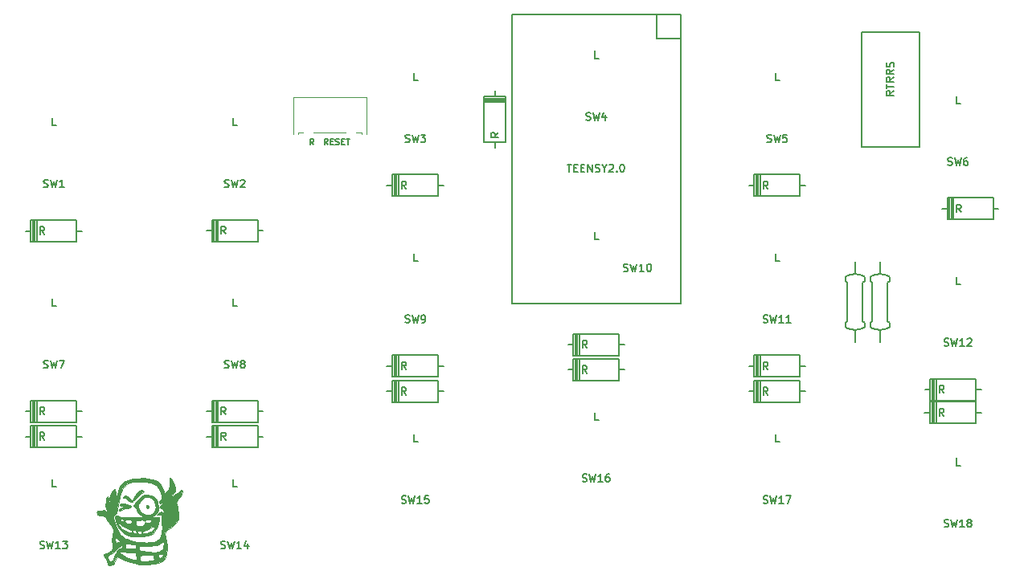
<source format=gbr>
G04 #@! TF.GenerationSoftware,KiCad,Pcbnew,(5.1.0)-1*
G04 #@! TF.CreationDate,2020-01-19T23:14:33+11:00*
G04 #@! TF.ProjectId,oddball,6f646462-616c-46c2-9e6b-696361645f70,rev?*
G04 #@! TF.SameCoordinates,Original*
G04 #@! TF.FileFunction,Legend,Top*
G04 #@! TF.FilePolarity,Positive*
%FSLAX46Y46*%
G04 Gerber Fmt 4.6, Leading zero omitted, Abs format (unit mm)*
G04 Created by KiCad (PCBNEW (5.1.0)-1) date 2020-01-19 23:14:33*
%MOMM*%
%LPD*%
G04 APERTURE LIST*
%ADD10C,0.150000*%
%ADD11C,0.010000*%
%ADD12C,0.203200*%
%ADD13C,0.120000*%
G04 APERTURE END LIST*
D10*
X144000000Y-59300000D02*
X146540000Y-59300000D01*
X144000000Y-56760000D02*
X144000000Y-59300000D01*
X128760000Y-87240000D02*
X128760000Y-56760000D01*
X146540000Y-87240000D02*
X128760000Y-87240000D01*
X146540000Y-56760000D02*
X146540000Y-87240000D01*
X128760000Y-56760000D02*
X146540000Y-56760000D01*
D11*
G36*
X90532749Y-108561722D02*
G01*
X90544572Y-108644768D01*
X90492778Y-108765471D01*
X90380210Y-108807726D01*
X90271088Y-108757550D01*
X90243492Y-108710325D01*
X90251951Y-108574133D01*
X90298140Y-108524713D01*
X90447008Y-108481305D01*
X90532749Y-108561722D01*
X90532749Y-108561722D01*
G37*
X90532749Y-108561722D02*
X90544572Y-108644768D01*
X90492778Y-108765471D01*
X90380210Y-108807726D01*
X90271088Y-108757550D01*
X90243492Y-108710325D01*
X90251951Y-108574133D01*
X90298140Y-108524713D01*
X90447008Y-108481305D01*
X90532749Y-108561722D01*
G36*
X89954666Y-106959863D02*
G01*
X89995316Y-107036826D01*
X89900929Y-107165520D01*
X89671377Y-107346292D01*
X89611251Y-107387374D01*
X89403867Y-107556434D01*
X89230341Y-107747328D01*
X89195032Y-107799156D01*
X89076966Y-107941633D01*
X88954230Y-108018552D01*
X88863707Y-108014397D01*
X88839143Y-107948844D01*
X88881248Y-107830146D01*
X88989795Y-107640939D01*
X89138129Y-107422071D01*
X89299599Y-107214388D01*
X89370945Y-107133857D01*
X89606759Y-106966514D01*
X89779106Y-106934286D01*
X89954666Y-106959863D01*
X89954666Y-106959863D01*
G37*
X89954666Y-106959863D02*
X89995316Y-107036826D01*
X89900929Y-107165520D01*
X89671377Y-107346292D01*
X89611251Y-107387374D01*
X89403867Y-107556434D01*
X89230341Y-107747328D01*
X89195032Y-107799156D01*
X89076966Y-107941633D01*
X88954230Y-108018552D01*
X88863707Y-108014397D01*
X88839143Y-107948844D01*
X88881248Y-107830146D01*
X88989795Y-107640939D01*
X89138129Y-107422071D01*
X89299599Y-107214388D01*
X89370945Y-107133857D01*
X89606759Y-106966514D01*
X89779106Y-106934286D01*
X89954666Y-106959863D01*
G36*
X88301001Y-107552472D02*
G01*
X88524953Y-107715470D01*
X88603286Y-107801570D01*
X88737982Y-107971239D01*
X88823363Y-108093059D01*
X88839143Y-108126834D01*
X88779940Y-108162050D01*
X88628060Y-108138968D01*
X88499173Y-108094922D01*
X88337451Y-107979697D01*
X88256892Y-107874576D01*
X88139278Y-107756198D01*
X87998148Y-107751562D01*
X87853333Y-107756870D01*
X87836546Y-107694203D01*
X87910229Y-107601943D01*
X88089247Y-107512658D01*
X88301001Y-107552472D01*
X88301001Y-107552472D01*
G37*
X88301001Y-107552472D02*
X88524953Y-107715470D01*
X88603286Y-107801570D01*
X88737982Y-107971239D01*
X88823363Y-108093059D01*
X88839143Y-108126834D01*
X88779940Y-108162050D01*
X88628060Y-108138968D01*
X88499173Y-108094922D01*
X88337451Y-107979697D01*
X88256892Y-107874576D01*
X88139278Y-107756198D01*
X87998148Y-107751562D01*
X87853333Y-107756870D01*
X87836546Y-107694203D01*
X87910229Y-107601943D01*
X88089247Y-107512658D01*
X88301001Y-107552472D01*
G36*
X87984018Y-108342292D02*
G01*
X88224241Y-108393777D01*
X88497901Y-108490040D01*
X88645605Y-108597997D01*
X88665963Y-108700348D01*
X88557583Y-108779791D01*
X88319072Y-108819026D01*
X88258572Y-108820510D01*
X88015864Y-108863792D01*
X87787746Y-108965699D01*
X87786857Y-108966286D01*
X87606078Y-109076146D01*
X87501717Y-109103845D01*
X87435927Y-109056713D01*
X87422747Y-109036830D01*
X87436528Y-108940447D01*
X87544505Y-108825857D01*
X87704856Y-108725497D01*
X87875756Y-108671807D01*
X87895714Y-108669996D01*
X88007139Y-108658173D01*
X87980020Y-108639512D01*
X87932000Y-108628471D01*
X87736776Y-108587045D01*
X87623572Y-108562935D01*
X87496008Y-108495137D01*
X87460286Y-108420618D01*
X87524733Y-108340701D01*
X87705564Y-108314373D01*
X87984018Y-108342292D01*
X87984018Y-108342292D01*
G37*
X87984018Y-108342292D02*
X88224241Y-108393777D01*
X88497901Y-108490040D01*
X88645605Y-108597997D01*
X88665963Y-108700348D01*
X88557583Y-108779791D01*
X88319072Y-108819026D01*
X88258572Y-108820510D01*
X88015864Y-108863792D01*
X87787746Y-108965699D01*
X87786857Y-108966286D01*
X87606078Y-109076146D01*
X87501717Y-109103845D01*
X87435927Y-109056713D01*
X87422747Y-109036830D01*
X87436528Y-108940447D01*
X87544505Y-108825857D01*
X87704856Y-108725497D01*
X87875756Y-108671807D01*
X87895714Y-108669996D01*
X88007139Y-108658173D01*
X87980020Y-108639512D01*
X87932000Y-108628471D01*
X87736776Y-108587045D01*
X87623572Y-108562935D01*
X87496008Y-108495137D01*
X87460286Y-108420618D01*
X87524733Y-108340701D01*
X87705564Y-108314373D01*
X87984018Y-108342292D01*
G36*
X90778963Y-107460991D02*
G01*
X91108846Y-107622983D01*
X91344756Y-107893990D01*
X91483956Y-108270997D01*
X91524286Y-108694951D01*
X91514973Y-108977837D01*
X91478278Y-109167325D01*
X91401068Y-109314460D01*
X91347156Y-109383371D01*
X91099105Y-109578248D01*
X90766154Y-109707265D01*
X90396229Y-109763072D01*
X90037256Y-109738319D01*
X89743180Y-109629369D01*
X89446961Y-109366150D01*
X89254823Y-109009476D01*
X89241017Y-108966286D01*
X89139802Y-108777144D01*
X89035920Y-108665725D01*
X88966437Y-108603679D01*
X88962012Y-108590259D01*
X89430857Y-108590259D01*
X89453380Y-108732686D01*
X89523306Y-108926312D01*
X89713292Y-109249467D01*
X89980742Y-109458260D01*
X90304723Y-109545028D01*
X90664303Y-109502106D01*
X90871060Y-109419745D01*
X91114589Y-109249746D01*
X91244019Y-109027652D01*
X91268361Y-108730196D01*
X91232394Y-108486836D01*
X91102399Y-108087042D01*
X90905959Y-107808385D01*
X90647743Y-107655971D01*
X90446254Y-107627013D01*
X90120389Y-107686999D01*
X89843520Y-107872418D01*
X89604193Y-108191459D01*
X89569386Y-108254024D01*
X89468008Y-108452842D01*
X89430857Y-108590259D01*
X88962012Y-108590259D01*
X88946021Y-108541772D01*
X88986922Y-108452962D01*
X89101394Y-108310208D01*
X89295037Y-108093816D01*
X89564711Y-107804712D01*
X89772656Y-107610508D01*
X89947706Y-107492679D01*
X90118693Y-107432701D01*
X90314453Y-107412051D01*
X90357849Y-107411029D01*
X90778963Y-107460991D01*
X90778963Y-107460991D01*
G37*
X90778963Y-107460991D02*
X91108846Y-107622983D01*
X91344756Y-107893990D01*
X91483956Y-108270997D01*
X91524286Y-108694951D01*
X91514973Y-108977837D01*
X91478278Y-109167325D01*
X91401068Y-109314460D01*
X91347156Y-109383371D01*
X91099105Y-109578248D01*
X90766154Y-109707265D01*
X90396229Y-109763072D01*
X90037256Y-109738319D01*
X89743180Y-109629369D01*
X89446961Y-109366150D01*
X89254823Y-109009476D01*
X89241017Y-108966286D01*
X89139802Y-108777144D01*
X89035920Y-108665725D01*
X88966437Y-108603679D01*
X88962012Y-108590259D01*
X89430857Y-108590259D01*
X89453380Y-108732686D01*
X89523306Y-108926312D01*
X89713292Y-109249467D01*
X89980742Y-109458260D01*
X90304723Y-109545028D01*
X90664303Y-109502106D01*
X90871060Y-109419745D01*
X91114589Y-109249746D01*
X91244019Y-109027652D01*
X91268361Y-108730196D01*
X91232394Y-108486836D01*
X91102399Y-108087042D01*
X90905959Y-107808385D01*
X90647743Y-107655971D01*
X90446254Y-107627013D01*
X90120389Y-107686999D01*
X89843520Y-107872418D01*
X89604193Y-108191459D01*
X89569386Y-108254024D01*
X89468008Y-108452842D01*
X89430857Y-108590259D01*
X88962012Y-108590259D01*
X88946021Y-108541772D01*
X88986922Y-108452962D01*
X89101394Y-108310208D01*
X89295037Y-108093816D01*
X89564711Y-107804712D01*
X89772656Y-107610508D01*
X89947706Y-107492679D01*
X90118693Y-107432701D01*
X90314453Y-107412051D01*
X90357849Y-107411029D01*
X90778963Y-107460991D01*
G36*
X87442567Y-109695205D02*
G01*
X87593208Y-109730006D01*
X87802375Y-109757055D01*
X88086646Y-109777147D01*
X88462597Y-109791077D01*
X88946805Y-109799639D01*
X89555847Y-109803630D01*
X89710000Y-109803977D01*
X91633143Y-109807096D01*
X91623813Y-110027233D01*
X91573343Y-110370971D01*
X91462425Y-110742200D01*
X91312318Y-111082419D01*
X91152665Y-111323751D01*
X90944788Y-111510411D01*
X90683511Y-111644712D01*
X90346701Y-111732396D01*
X89912221Y-111779205D01*
X89357937Y-111790881D01*
X89352114Y-111790842D01*
X88994743Y-111782022D01*
X88670975Y-111762519D01*
X88420127Y-111735375D01*
X88294857Y-111709010D01*
X87876948Y-111487392D01*
X87527793Y-111142158D01*
X87253209Y-110680478D01*
X87179545Y-110475558D01*
X87242572Y-110475558D01*
X87299575Y-110584368D01*
X87448630Y-110740092D01*
X87656808Y-110915848D01*
X87891180Y-111084754D01*
X88118814Y-111219927D01*
X88202863Y-111259488D01*
X88489644Y-111354058D01*
X88673596Y-111350076D01*
X88733526Y-111277704D01*
X88839143Y-111277704D01*
X88886708Y-111420026D01*
X89041926Y-111489483D01*
X89152619Y-111500557D01*
X89251505Y-111465330D01*
X89260983Y-111349048D01*
X89347143Y-111349048D01*
X89381885Y-111505859D01*
X89506469Y-111571758D01*
X89613238Y-111578857D01*
X89743039Y-111545722D01*
X89782218Y-111420116D01*
X89782572Y-111397429D01*
X89782049Y-111394534D01*
X89873931Y-111394534D01*
X89887125Y-111426750D01*
X89996793Y-111487253D01*
X90180802Y-111503788D01*
X90375810Y-111478318D01*
X90518472Y-111412806D01*
X90524630Y-111407003D01*
X90677793Y-111301310D01*
X90774243Y-111260008D01*
X90939050Y-111171824D01*
X91072377Y-111042361D01*
X91136751Y-110914236D01*
X91127969Y-110857716D01*
X91008836Y-110785050D01*
X90833257Y-110816513D01*
X90640419Y-110943857D01*
X90446884Y-111067985D01*
X90248822Y-111129861D01*
X90047305Y-111184495D01*
X89910972Y-111282053D01*
X89873931Y-111394534D01*
X89782049Y-111394534D01*
X89759140Y-111267767D01*
X89659533Y-111220333D01*
X89564857Y-111216000D01*
X89402891Y-111240802D01*
X89348071Y-111328007D01*
X89347143Y-111349048D01*
X89260983Y-111349048D01*
X89261476Y-111343000D01*
X89194323Y-111218503D01*
X89069524Y-111151166D01*
X88937966Y-111148856D01*
X88850534Y-111219442D01*
X88839143Y-111277704D01*
X88733526Y-111277704D01*
X88759023Y-111246915D01*
X88766572Y-111177207D01*
X88701119Y-111106837D01*
X88532568Y-111046430D01*
X88461293Y-111032039D01*
X88059280Y-110891835D01*
X87661300Y-110608840D01*
X87592281Y-110544715D01*
X87549014Y-110515482D01*
X89135588Y-110515482D01*
X89196181Y-110640463D01*
X89350395Y-110696384D01*
X89584351Y-110708000D01*
X89819284Y-110692531D01*
X89999094Y-110652927D01*
X90058343Y-110620914D01*
X90134542Y-110475815D01*
X90145429Y-110400647D01*
X90165869Y-110310738D01*
X90253019Y-110326093D01*
X90293313Y-110346610D01*
X90469711Y-110387076D01*
X90636965Y-110345405D01*
X90755544Y-110246393D01*
X90785922Y-110114839D01*
X90761192Y-110053087D01*
X90669249Y-110021670D01*
X90500055Y-110029368D01*
X90313033Y-110066442D01*
X90167605Y-110123152D01*
X90128397Y-110156794D01*
X90081909Y-110188985D01*
X90073969Y-110142109D01*
X90029826Y-110088876D01*
X89884867Y-110065840D01*
X89619286Y-110069537D01*
X89371285Y-110085065D01*
X89233091Y-110112871D01*
X89169438Y-110169757D01*
X89145059Y-110272524D01*
X89142160Y-110296845D01*
X89135588Y-110515482D01*
X87549014Y-110515482D01*
X87454512Y-110451634D01*
X87322661Y-110417629D01*
X87246902Y-110452622D01*
X87242572Y-110475558D01*
X87179545Y-110475558D01*
X87088057Y-110221061D01*
X87082298Y-110197178D01*
X87981767Y-110197178D01*
X87993327Y-110233151D01*
X88110999Y-110369622D01*
X88303361Y-110454359D01*
X88510627Y-110472543D01*
X88673014Y-110409361D01*
X88679486Y-110403200D01*
X88774595Y-110251904D01*
X88730497Y-110132938D01*
X88550515Y-110051223D01*
X88426015Y-110027907D01*
X88151358Y-110015579D01*
X88003695Y-110071803D01*
X87981767Y-110197178D01*
X87082298Y-110197178D01*
X87036552Y-110007477D01*
X87532857Y-110007477D01*
X87585370Y-110126431D01*
X87623572Y-110151938D01*
X87800460Y-110192161D01*
X87881712Y-110137338D01*
X87882152Y-110073000D01*
X87814315Y-109973440D01*
X87695064Y-109922443D01*
X87582038Y-109930820D01*
X87532857Y-110007477D01*
X87036552Y-110007477D01*
X87014232Y-109914920D01*
X87005736Y-109726964D01*
X87073652Y-109640754D01*
X87229063Y-109639851D01*
X87442567Y-109695205D01*
X87442567Y-109695205D01*
G37*
X87442567Y-109695205D02*
X87593208Y-109730006D01*
X87802375Y-109757055D01*
X88086646Y-109777147D01*
X88462597Y-109791077D01*
X88946805Y-109799639D01*
X89555847Y-109803630D01*
X89710000Y-109803977D01*
X91633143Y-109807096D01*
X91623813Y-110027233D01*
X91573343Y-110370971D01*
X91462425Y-110742200D01*
X91312318Y-111082419D01*
X91152665Y-111323751D01*
X90944788Y-111510411D01*
X90683511Y-111644712D01*
X90346701Y-111732396D01*
X89912221Y-111779205D01*
X89357937Y-111790881D01*
X89352114Y-111790842D01*
X88994743Y-111782022D01*
X88670975Y-111762519D01*
X88420127Y-111735375D01*
X88294857Y-111709010D01*
X87876948Y-111487392D01*
X87527793Y-111142158D01*
X87253209Y-110680478D01*
X87179545Y-110475558D01*
X87242572Y-110475558D01*
X87299575Y-110584368D01*
X87448630Y-110740092D01*
X87656808Y-110915848D01*
X87891180Y-111084754D01*
X88118814Y-111219927D01*
X88202863Y-111259488D01*
X88489644Y-111354058D01*
X88673596Y-111350076D01*
X88733526Y-111277704D01*
X88839143Y-111277704D01*
X88886708Y-111420026D01*
X89041926Y-111489483D01*
X89152619Y-111500557D01*
X89251505Y-111465330D01*
X89260983Y-111349048D01*
X89347143Y-111349048D01*
X89381885Y-111505859D01*
X89506469Y-111571758D01*
X89613238Y-111578857D01*
X89743039Y-111545722D01*
X89782218Y-111420116D01*
X89782572Y-111397429D01*
X89782049Y-111394534D01*
X89873931Y-111394534D01*
X89887125Y-111426750D01*
X89996793Y-111487253D01*
X90180802Y-111503788D01*
X90375810Y-111478318D01*
X90518472Y-111412806D01*
X90524630Y-111407003D01*
X90677793Y-111301310D01*
X90774243Y-111260008D01*
X90939050Y-111171824D01*
X91072377Y-111042361D01*
X91136751Y-110914236D01*
X91127969Y-110857716D01*
X91008836Y-110785050D01*
X90833257Y-110816513D01*
X90640419Y-110943857D01*
X90446884Y-111067985D01*
X90248822Y-111129861D01*
X90047305Y-111184495D01*
X89910972Y-111282053D01*
X89873931Y-111394534D01*
X89782049Y-111394534D01*
X89759140Y-111267767D01*
X89659533Y-111220333D01*
X89564857Y-111216000D01*
X89402891Y-111240802D01*
X89348071Y-111328007D01*
X89347143Y-111349048D01*
X89260983Y-111349048D01*
X89261476Y-111343000D01*
X89194323Y-111218503D01*
X89069524Y-111151166D01*
X88937966Y-111148856D01*
X88850534Y-111219442D01*
X88839143Y-111277704D01*
X88733526Y-111277704D01*
X88759023Y-111246915D01*
X88766572Y-111177207D01*
X88701119Y-111106837D01*
X88532568Y-111046430D01*
X88461293Y-111032039D01*
X88059280Y-110891835D01*
X87661300Y-110608840D01*
X87592281Y-110544715D01*
X87549014Y-110515482D01*
X89135588Y-110515482D01*
X89196181Y-110640463D01*
X89350395Y-110696384D01*
X89584351Y-110708000D01*
X89819284Y-110692531D01*
X89999094Y-110652927D01*
X90058343Y-110620914D01*
X90134542Y-110475815D01*
X90145429Y-110400647D01*
X90165869Y-110310738D01*
X90253019Y-110326093D01*
X90293313Y-110346610D01*
X90469711Y-110387076D01*
X90636965Y-110345405D01*
X90755544Y-110246393D01*
X90785922Y-110114839D01*
X90761192Y-110053087D01*
X90669249Y-110021670D01*
X90500055Y-110029368D01*
X90313033Y-110066442D01*
X90167605Y-110123152D01*
X90128397Y-110156794D01*
X90081909Y-110188985D01*
X90073969Y-110142109D01*
X90029826Y-110088876D01*
X89884867Y-110065840D01*
X89619286Y-110069537D01*
X89371285Y-110085065D01*
X89233091Y-110112871D01*
X89169438Y-110169757D01*
X89145059Y-110272524D01*
X89142160Y-110296845D01*
X89135588Y-110515482D01*
X87549014Y-110515482D01*
X87454512Y-110451634D01*
X87322661Y-110417629D01*
X87246902Y-110452622D01*
X87242572Y-110475558D01*
X87179545Y-110475558D01*
X87088057Y-110221061D01*
X87082298Y-110197178D01*
X87981767Y-110197178D01*
X87993327Y-110233151D01*
X88110999Y-110369622D01*
X88303361Y-110454359D01*
X88510627Y-110472543D01*
X88673014Y-110409361D01*
X88679486Y-110403200D01*
X88774595Y-110251904D01*
X88730497Y-110132938D01*
X88550515Y-110051223D01*
X88426015Y-110027907D01*
X88151358Y-110015579D01*
X88003695Y-110071803D01*
X87981767Y-110197178D01*
X87082298Y-110197178D01*
X87036552Y-110007477D01*
X87532857Y-110007477D01*
X87585370Y-110126431D01*
X87623572Y-110151938D01*
X87800460Y-110192161D01*
X87881712Y-110137338D01*
X87882152Y-110073000D01*
X87814315Y-109973440D01*
X87695064Y-109922443D01*
X87582038Y-109930820D01*
X87532857Y-110007477D01*
X87036552Y-110007477D01*
X87014232Y-109914920D01*
X87005736Y-109726964D01*
X87073652Y-109640754D01*
X87229063Y-109639851D01*
X87442567Y-109695205D01*
G36*
X92867482Y-105692869D02*
G01*
X93005613Y-105864214D01*
X93138451Y-106107144D01*
X93246904Y-106386769D01*
X93311736Y-106667133D01*
X93327230Y-106873270D01*
X93288883Y-107024480D01*
X93174616Y-107187202D01*
X93116433Y-107254809D01*
X92968474Y-107449035D01*
X92891304Y-107640250D01*
X92858490Y-107897843D01*
X92856200Y-107937997D01*
X92847707Y-108153869D01*
X92854229Y-108237414D01*
X92878644Y-108200938D01*
X92901501Y-108131714D01*
X92963932Y-107908894D01*
X93006062Y-107732572D01*
X93103787Y-107562323D01*
X93314102Y-107382768D01*
X93360357Y-107352629D01*
X93573970Y-107206324D01*
X93753190Y-107062571D01*
X93809329Y-107007915D01*
X93950236Y-106883271D01*
X94033020Y-106890125D01*
X94063571Y-107029713D01*
X94064015Y-107061286D01*
X94003692Y-107322356D01*
X93836280Y-107619778D01*
X93593887Y-107906087D01*
X93455677Y-108091732D01*
X93448180Y-108225656D01*
X93501250Y-108409715D01*
X93555812Y-108684580D01*
X93606473Y-109008856D01*
X93647841Y-109341146D01*
X93674525Y-109640054D01*
X93681132Y-109864182D01*
X93672565Y-109948330D01*
X93589254Y-110109768D01*
X93420255Y-110326452D01*
X93196620Y-110567382D01*
X92949398Y-110801553D01*
X92709638Y-110997962D01*
X92508390Y-111125607D01*
X92481303Y-111137800D01*
X92298360Y-111282021D01*
X92227303Y-111517277D01*
X92267965Y-111844375D01*
X92307657Y-111978000D01*
X92395484Y-112343430D01*
X92440741Y-112756211D01*
X92445210Y-113180557D01*
X92410669Y-113580683D01*
X92338897Y-113920803D01*
X92231674Y-114165131D01*
X92196661Y-114210273D01*
X91928086Y-114414024D01*
X91539456Y-114574357D01*
X91051444Y-114683376D01*
X90907429Y-114702742D01*
X90527630Y-114739604D01*
X90159372Y-114761745D01*
X89829999Y-114769078D01*
X89566856Y-114761516D01*
X89397286Y-114738974D01*
X89347143Y-114707669D01*
X89282517Y-114659819D01*
X89118790Y-114612206D01*
X89017800Y-114593949D01*
X88579670Y-114495710D01*
X88102039Y-114336478D01*
X87661248Y-114142714D01*
X87559478Y-114088483D01*
X87244611Y-113912500D01*
X87007734Y-114360393D01*
X86875948Y-114598114D01*
X86774139Y-114735148D01*
X86669602Y-114801721D01*
X86529634Y-114828056D01*
X86498714Y-114830810D01*
X86300667Y-114826949D01*
X86227451Y-114769631D01*
X86226514Y-114758238D01*
X86197015Y-114648308D01*
X86119656Y-114450714D01*
X86011055Y-114207827D01*
X86008800Y-114203056D01*
X85900403Y-113965530D01*
X85890478Y-113941743D01*
X86197865Y-113941743D01*
X86228555Y-114100847D01*
X86354235Y-114318429D01*
X86465522Y-114453896D01*
X86563866Y-114459921D01*
X86679812Y-114354715D01*
X86764164Y-114224312D01*
X86875464Y-114006173D01*
X86986019Y-113756000D01*
X87131532Y-113456103D01*
X87513441Y-113456103D01*
X87516159Y-113538519D01*
X87629545Y-113653482D01*
X87826676Y-113787333D01*
X88080628Y-113926416D01*
X88364476Y-114057071D01*
X88651297Y-114165642D01*
X88914166Y-114238470D01*
X89102371Y-114262127D01*
X89194054Y-114249655D01*
X89232594Y-114184613D01*
X89230650Y-114030018D01*
X89221798Y-113940375D01*
X89579452Y-113940375D01*
X89601428Y-114109611D01*
X89630484Y-114264289D01*
X89665188Y-114371921D01*
X89728038Y-114437316D01*
X89841530Y-114465283D01*
X90028162Y-114460630D01*
X90310431Y-114428166D01*
X90710835Y-114372700D01*
X90784284Y-114362441D01*
X90978064Y-114328792D01*
X91064841Y-114274497D01*
X91081649Y-114161024D01*
X91074570Y-114060413D01*
X91037927Y-113875331D01*
X90942725Y-113779239D01*
X90839435Y-113741466D01*
X91544726Y-113741466D01*
X91545052Y-113841746D01*
X91568723Y-113960044D01*
X91612411Y-114110690D01*
X91677548Y-114144250D01*
X91748993Y-114115115D01*
X91897088Y-113989947D01*
X91958051Y-113904251D01*
X92027347Y-113731993D01*
X91989609Y-113652861D01*
X91835387Y-113652538D01*
X91796429Y-113659382D01*
X91617186Y-113695641D01*
X91544726Y-113741466D01*
X90839435Y-113741466D01*
X90834857Y-113739792D01*
X90609182Y-113711597D01*
X90298542Y-113718905D01*
X89957846Y-113758459D01*
X89721839Y-113805793D01*
X89612235Y-113850322D01*
X89579452Y-113940375D01*
X89221798Y-113940375D01*
X89219715Y-113919286D01*
X89194105Y-113712685D01*
X89170837Y-113576936D01*
X89162198Y-113550473D01*
X89074927Y-113524935D01*
X88879818Y-113499236D01*
X88613786Y-113475490D01*
X88313744Y-113455809D01*
X88016606Y-113442306D01*
X87759287Y-113437094D01*
X87578701Y-113442286D01*
X87513441Y-113456103D01*
X87131532Y-113456103D01*
X87168182Y-113380571D01*
X87352364Y-113143375D01*
X87425929Y-113102857D01*
X88113429Y-113102857D01*
X89211196Y-113102857D01*
X89188455Y-112867000D01*
X89183208Y-112812572D01*
X89483090Y-112812572D01*
X89505831Y-113048429D01*
X89527039Y-113180200D01*
X89582185Y-113259966D01*
X89706551Y-113312265D01*
X89935421Y-113361638D01*
X89964000Y-113367090D01*
X90257470Y-113408894D01*
X90621061Y-113441176D01*
X90979786Y-113457404D01*
X91005400Y-113457805D01*
X91304109Y-113459216D01*
X91498880Y-113446248D01*
X91630891Y-113407367D01*
X91741320Y-113331041D01*
X91858114Y-113218972D01*
X92017115Y-113035229D01*
X92088854Y-112860865D01*
X92104857Y-112638400D01*
X92096300Y-112441078D01*
X92074602Y-112321267D01*
X92060905Y-112304572D01*
X91982089Y-112347024D01*
X91842212Y-112452169D01*
X91804651Y-112483211D01*
X91604969Y-112620315D01*
X91367427Y-112715741D01*
X91064055Y-112775476D01*
X90666881Y-112805507D01*
X90267831Y-112812167D01*
X89483090Y-112812572D01*
X89183208Y-112812572D01*
X89165715Y-112631143D01*
X88113429Y-112588499D01*
X88113429Y-113102857D01*
X87425929Y-113102857D01*
X87544491Y-113037556D01*
X87613469Y-113030286D01*
X87728876Y-112975199D01*
X87750572Y-112885143D01*
X87724701Y-112767150D01*
X87688889Y-112740000D01*
X87577961Y-112785567D01*
X87404484Y-112900874D01*
X87209336Y-113053833D01*
X87033394Y-113212355D01*
X86917537Y-113344351D01*
X86915952Y-113346746D01*
X86783445Y-113484895D01*
X86579843Y-113633544D01*
X86478616Y-113692400D01*
X86278757Y-113817984D01*
X86197865Y-113941743D01*
X85890478Y-113941743D01*
X85822437Y-113778676D01*
X85791191Y-113681621D01*
X85791143Y-113680201D01*
X85854618Y-113627255D01*
X86011223Y-113576865D01*
X86050330Y-113568810D01*
X86292105Y-113484672D01*
X86511595Y-113350145D01*
X86512999Y-113348968D01*
X86610098Y-113261177D01*
X86668021Y-113174351D01*
X86694239Y-113052467D01*
X86696222Y-112859503D01*
X86681439Y-112559435D01*
X86680429Y-112541589D01*
X86670130Y-112197344D01*
X86992670Y-112197344D01*
X87021644Y-112332406D01*
X87077984Y-112442051D01*
X87163094Y-112468904D01*
X87329138Y-112428095D01*
X87339940Y-112424725D01*
X87593019Y-112345512D01*
X87327081Y-112114937D01*
X87166265Y-111981934D01*
X87078476Y-111937945D01*
X87030320Y-111973287D01*
X87008786Y-112022618D01*
X86992670Y-112197344D01*
X86670130Y-112197344D01*
X86669169Y-112165245D01*
X86687621Y-111892015D01*
X86739137Y-111682280D01*
X86757050Y-111636379D01*
X86817252Y-111366864D01*
X86797591Y-111086683D01*
X86706933Y-110849888D01*
X86610329Y-110742010D01*
X86525748Y-110642046D01*
X86401273Y-110450232D01*
X86261386Y-110204805D01*
X86237112Y-110159129D01*
X86059259Y-109820678D01*
X86779865Y-109820678D01*
X86797171Y-109946798D01*
X86854050Y-110136925D01*
X86955946Y-110419325D01*
X87027375Y-110608975D01*
X87208554Y-111053456D01*
X87381933Y-111386751D01*
X87571931Y-111639193D01*
X87802966Y-111841118D01*
X88099455Y-112022860D01*
X88213367Y-112082330D01*
X88551185Y-112226606D01*
X88927493Y-112329464D01*
X89371945Y-112396097D01*
X89914197Y-112431701D01*
X90254286Y-112439803D01*
X90602414Y-112437490D01*
X90856348Y-112414402D01*
X91066487Y-112362395D01*
X91282658Y-112273589D01*
X91503626Y-112153090D01*
X91672164Y-112029311D01*
X91731934Y-111960524D01*
X91787950Y-111810396D01*
X91843726Y-111587288D01*
X91893682Y-111327859D01*
X91932241Y-111068769D01*
X91953824Y-110846677D01*
X91952852Y-110698243D01*
X91930239Y-110657349D01*
X91887142Y-110599063D01*
X91869037Y-110402393D01*
X91873529Y-110113937D01*
X91896200Y-109556159D01*
X91619529Y-109533365D01*
X91342857Y-109510572D01*
X91510871Y-109342558D01*
X91673250Y-109224421D01*
X91852344Y-109213801D01*
X91897364Y-109222531D01*
X92047863Y-109244687D01*
X92098593Y-109195587D01*
X92092208Y-109064593D01*
X92027524Y-108889931D01*
X91923429Y-108835657D01*
X91710896Y-108791090D01*
X91635188Y-108732406D01*
X91688219Y-108637219D01*
X91811347Y-108525258D01*
X91962776Y-108381467D01*
X92006310Y-108286064D01*
X91974632Y-108226461D01*
X91902435Y-108175812D01*
X91887143Y-108226057D01*
X91826508Y-108296749D01*
X91742000Y-108313143D01*
X91624269Y-108272448D01*
X91596857Y-108215534D01*
X91646600Y-108097108D01*
X91742000Y-107986572D01*
X91843476Y-107857697D01*
X91879811Y-107692526D01*
X91852333Y-107458107D01*
X91775171Y-107164149D01*
X91621428Y-106782118D01*
X91404742Y-106487673D01*
X91110208Y-106272886D01*
X90722918Y-106129827D01*
X90227965Y-106050568D01*
X89637429Y-106027143D01*
X89171256Y-106036616D01*
X88817083Y-106070853D01*
X88542654Y-106138578D01*
X88315717Y-106248518D01*
X88104016Y-106409398D01*
X88052641Y-106455864D01*
X87854053Y-106669252D01*
X87695456Y-106914981D01*
X87568291Y-107216899D01*
X87464003Y-107598853D01*
X87374034Y-108084690D01*
X87312477Y-108518689D01*
X87244520Y-108943110D01*
X87167248Y-109249902D01*
X87083723Y-109429222D01*
X87014882Y-109474286D01*
X86936252Y-109528645D01*
X86842201Y-109647403D01*
X86796690Y-109730302D01*
X86779865Y-109820678D01*
X86059259Y-109820678D01*
X85972572Y-109655715D01*
X85611557Y-109632930D01*
X85322155Y-109594974D01*
X85151599Y-109515366D01*
X85075845Y-109377931D01*
X85065871Y-109265829D01*
X85075459Y-109159174D01*
X85126483Y-109099701D01*
X85253278Y-109070547D01*
X85490176Y-109054849D01*
X85496006Y-109054570D01*
X85751037Y-109050504D01*
X85920692Y-109080197D01*
X86063793Y-109160901D01*
X86176430Y-109254141D01*
X86367057Y-109410846D01*
X86474671Y-109468964D01*
X86515292Y-109436019D01*
X86516857Y-109413978D01*
X86459633Y-109340600D01*
X86324207Y-109250692D01*
X86122737Y-109085401D01*
X86009621Y-108842732D01*
X85980192Y-108506078D01*
X86014901Y-108150409D01*
X86067635Y-107863160D01*
X86123731Y-107652195D01*
X86175873Y-107534689D01*
X86216750Y-107527818D01*
X86237625Y-107627343D01*
X86255145Y-107782882D01*
X86265540Y-107841429D01*
X86285375Y-107974713D01*
X86290772Y-108035432D01*
X86339204Y-108160947D01*
X86447374Y-108326145D01*
X86578202Y-108483884D01*
X86694606Y-108587022D01*
X86737558Y-108603429D01*
X86736005Y-108558058D01*
X86653141Y-108445734D01*
X86623880Y-108413162D01*
X86448705Y-108125174D01*
X86387933Y-107790582D01*
X86438136Y-107447531D01*
X86595887Y-107134165D01*
X86754025Y-106964844D01*
X86988572Y-106766991D01*
X87024857Y-107340496D01*
X87044309Y-107614417D01*
X87061964Y-107757518D01*
X87082078Y-107783996D01*
X87108907Y-107708047D01*
X87120647Y-107660000D01*
X87296899Y-107040467D01*
X87506012Y-106555557D01*
X87753075Y-106197431D01*
X88043178Y-105958252D01*
X88294857Y-105851408D01*
X88819551Y-105735006D01*
X89370012Y-105671742D01*
X89919537Y-105659494D01*
X90441421Y-105696138D01*
X90908962Y-105779551D01*
X91295456Y-105907610D01*
X91574198Y-106078192D01*
X91612738Y-106115196D01*
X91765354Y-106313886D01*
X91914547Y-106570420D01*
X92034313Y-106832718D01*
X92098647Y-107048702D01*
X92103264Y-107097572D01*
X92132103Y-107206841D01*
X92219460Y-107195883D01*
X92372950Y-107062891D01*
X92408984Y-107025000D01*
X92614563Y-106771924D01*
X92719320Y-106535940D01*
X92742601Y-106257786D01*
X92726294Y-106052909D01*
X92710396Y-105823978D01*
X92719238Y-105670769D01*
X92743149Y-105628000D01*
X92867482Y-105692869D01*
X92867482Y-105692869D01*
G37*
X92867482Y-105692869D02*
X93005613Y-105864214D01*
X93138451Y-106107144D01*
X93246904Y-106386769D01*
X93311736Y-106667133D01*
X93327230Y-106873270D01*
X93288883Y-107024480D01*
X93174616Y-107187202D01*
X93116433Y-107254809D01*
X92968474Y-107449035D01*
X92891304Y-107640250D01*
X92858490Y-107897843D01*
X92856200Y-107937997D01*
X92847707Y-108153869D01*
X92854229Y-108237414D01*
X92878644Y-108200938D01*
X92901501Y-108131714D01*
X92963932Y-107908894D01*
X93006062Y-107732572D01*
X93103787Y-107562323D01*
X93314102Y-107382768D01*
X93360357Y-107352629D01*
X93573970Y-107206324D01*
X93753190Y-107062571D01*
X93809329Y-107007915D01*
X93950236Y-106883271D01*
X94033020Y-106890125D01*
X94063571Y-107029713D01*
X94064015Y-107061286D01*
X94003692Y-107322356D01*
X93836280Y-107619778D01*
X93593887Y-107906087D01*
X93455677Y-108091732D01*
X93448180Y-108225656D01*
X93501250Y-108409715D01*
X93555812Y-108684580D01*
X93606473Y-109008856D01*
X93647841Y-109341146D01*
X93674525Y-109640054D01*
X93681132Y-109864182D01*
X93672565Y-109948330D01*
X93589254Y-110109768D01*
X93420255Y-110326452D01*
X93196620Y-110567382D01*
X92949398Y-110801553D01*
X92709638Y-110997962D01*
X92508390Y-111125607D01*
X92481303Y-111137800D01*
X92298360Y-111282021D01*
X92227303Y-111517277D01*
X92267965Y-111844375D01*
X92307657Y-111978000D01*
X92395484Y-112343430D01*
X92440741Y-112756211D01*
X92445210Y-113180557D01*
X92410669Y-113580683D01*
X92338897Y-113920803D01*
X92231674Y-114165131D01*
X92196661Y-114210273D01*
X91928086Y-114414024D01*
X91539456Y-114574357D01*
X91051444Y-114683376D01*
X90907429Y-114702742D01*
X90527630Y-114739604D01*
X90159372Y-114761745D01*
X89829999Y-114769078D01*
X89566856Y-114761516D01*
X89397286Y-114738974D01*
X89347143Y-114707669D01*
X89282517Y-114659819D01*
X89118790Y-114612206D01*
X89017800Y-114593949D01*
X88579670Y-114495710D01*
X88102039Y-114336478D01*
X87661248Y-114142714D01*
X87559478Y-114088483D01*
X87244611Y-113912500D01*
X87007734Y-114360393D01*
X86875948Y-114598114D01*
X86774139Y-114735148D01*
X86669602Y-114801721D01*
X86529634Y-114828056D01*
X86498714Y-114830810D01*
X86300667Y-114826949D01*
X86227451Y-114769631D01*
X86226514Y-114758238D01*
X86197015Y-114648308D01*
X86119656Y-114450714D01*
X86011055Y-114207827D01*
X86008800Y-114203056D01*
X85900403Y-113965530D01*
X85890478Y-113941743D01*
X86197865Y-113941743D01*
X86228555Y-114100847D01*
X86354235Y-114318429D01*
X86465522Y-114453896D01*
X86563866Y-114459921D01*
X86679812Y-114354715D01*
X86764164Y-114224312D01*
X86875464Y-114006173D01*
X86986019Y-113756000D01*
X87131532Y-113456103D01*
X87513441Y-113456103D01*
X87516159Y-113538519D01*
X87629545Y-113653482D01*
X87826676Y-113787333D01*
X88080628Y-113926416D01*
X88364476Y-114057071D01*
X88651297Y-114165642D01*
X88914166Y-114238470D01*
X89102371Y-114262127D01*
X89194054Y-114249655D01*
X89232594Y-114184613D01*
X89230650Y-114030018D01*
X89221798Y-113940375D01*
X89579452Y-113940375D01*
X89601428Y-114109611D01*
X89630484Y-114264289D01*
X89665188Y-114371921D01*
X89728038Y-114437316D01*
X89841530Y-114465283D01*
X90028162Y-114460630D01*
X90310431Y-114428166D01*
X90710835Y-114372700D01*
X90784284Y-114362441D01*
X90978064Y-114328792D01*
X91064841Y-114274497D01*
X91081649Y-114161024D01*
X91074570Y-114060413D01*
X91037927Y-113875331D01*
X90942725Y-113779239D01*
X90839435Y-113741466D01*
X91544726Y-113741466D01*
X91545052Y-113841746D01*
X91568723Y-113960044D01*
X91612411Y-114110690D01*
X91677548Y-114144250D01*
X91748993Y-114115115D01*
X91897088Y-113989947D01*
X91958051Y-113904251D01*
X92027347Y-113731993D01*
X91989609Y-113652861D01*
X91835387Y-113652538D01*
X91796429Y-113659382D01*
X91617186Y-113695641D01*
X91544726Y-113741466D01*
X90839435Y-113741466D01*
X90834857Y-113739792D01*
X90609182Y-113711597D01*
X90298542Y-113718905D01*
X89957846Y-113758459D01*
X89721839Y-113805793D01*
X89612235Y-113850322D01*
X89579452Y-113940375D01*
X89221798Y-113940375D01*
X89219715Y-113919286D01*
X89194105Y-113712685D01*
X89170837Y-113576936D01*
X89162198Y-113550473D01*
X89074927Y-113524935D01*
X88879818Y-113499236D01*
X88613786Y-113475490D01*
X88313744Y-113455809D01*
X88016606Y-113442306D01*
X87759287Y-113437094D01*
X87578701Y-113442286D01*
X87513441Y-113456103D01*
X87131532Y-113456103D01*
X87168182Y-113380571D01*
X87352364Y-113143375D01*
X87425929Y-113102857D01*
X88113429Y-113102857D01*
X89211196Y-113102857D01*
X89188455Y-112867000D01*
X89183208Y-112812572D01*
X89483090Y-112812572D01*
X89505831Y-113048429D01*
X89527039Y-113180200D01*
X89582185Y-113259966D01*
X89706551Y-113312265D01*
X89935421Y-113361638D01*
X89964000Y-113367090D01*
X90257470Y-113408894D01*
X90621061Y-113441176D01*
X90979786Y-113457404D01*
X91005400Y-113457805D01*
X91304109Y-113459216D01*
X91498880Y-113446248D01*
X91630891Y-113407367D01*
X91741320Y-113331041D01*
X91858114Y-113218972D01*
X92017115Y-113035229D01*
X92088854Y-112860865D01*
X92104857Y-112638400D01*
X92096300Y-112441078D01*
X92074602Y-112321267D01*
X92060905Y-112304572D01*
X91982089Y-112347024D01*
X91842212Y-112452169D01*
X91804651Y-112483211D01*
X91604969Y-112620315D01*
X91367427Y-112715741D01*
X91064055Y-112775476D01*
X90666881Y-112805507D01*
X90267831Y-112812167D01*
X89483090Y-112812572D01*
X89183208Y-112812572D01*
X89165715Y-112631143D01*
X88113429Y-112588499D01*
X88113429Y-113102857D01*
X87425929Y-113102857D01*
X87544491Y-113037556D01*
X87613469Y-113030286D01*
X87728876Y-112975199D01*
X87750572Y-112885143D01*
X87724701Y-112767150D01*
X87688889Y-112740000D01*
X87577961Y-112785567D01*
X87404484Y-112900874D01*
X87209336Y-113053833D01*
X87033394Y-113212355D01*
X86917537Y-113344351D01*
X86915952Y-113346746D01*
X86783445Y-113484895D01*
X86579843Y-113633544D01*
X86478616Y-113692400D01*
X86278757Y-113817984D01*
X86197865Y-113941743D01*
X85890478Y-113941743D01*
X85822437Y-113778676D01*
X85791191Y-113681621D01*
X85791143Y-113680201D01*
X85854618Y-113627255D01*
X86011223Y-113576865D01*
X86050330Y-113568810D01*
X86292105Y-113484672D01*
X86511595Y-113350145D01*
X86512999Y-113348968D01*
X86610098Y-113261177D01*
X86668021Y-113174351D01*
X86694239Y-113052467D01*
X86696222Y-112859503D01*
X86681439Y-112559435D01*
X86680429Y-112541589D01*
X86670130Y-112197344D01*
X86992670Y-112197344D01*
X87021644Y-112332406D01*
X87077984Y-112442051D01*
X87163094Y-112468904D01*
X87329138Y-112428095D01*
X87339940Y-112424725D01*
X87593019Y-112345512D01*
X87327081Y-112114937D01*
X87166265Y-111981934D01*
X87078476Y-111937945D01*
X87030320Y-111973287D01*
X87008786Y-112022618D01*
X86992670Y-112197344D01*
X86670130Y-112197344D01*
X86669169Y-112165245D01*
X86687621Y-111892015D01*
X86739137Y-111682280D01*
X86757050Y-111636379D01*
X86817252Y-111366864D01*
X86797591Y-111086683D01*
X86706933Y-110849888D01*
X86610329Y-110742010D01*
X86525748Y-110642046D01*
X86401273Y-110450232D01*
X86261386Y-110204805D01*
X86237112Y-110159129D01*
X86059259Y-109820678D01*
X86779865Y-109820678D01*
X86797171Y-109946798D01*
X86854050Y-110136925D01*
X86955946Y-110419325D01*
X87027375Y-110608975D01*
X87208554Y-111053456D01*
X87381933Y-111386751D01*
X87571931Y-111639193D01*
X87802966Y-111841118D01*
X88099455Y-112022860D01*
X88213367Y-112082330D01*
X88551185Y-112226606D01*
X88927493Y-112329464D01*
X89371945Y-112396097D01*
X89914197Y-112431701D01*
X90254286Y-112439803D01*
X90602414Y-112437490D01*
X90856348Y-112414402D01*
X91066487Y-112362395D01*
X91282658Y-112273589D01*
X91503626Y-112153090D01*
X91672164Y-112029311D01*
X91731934Y-111960524D01*
X91787950Y-111810396D01*
X91843726Y-111587288D01*
X91893682Y-111327859D01*
X91932241Y-111068769D01*
X91953824Y-110846677D01*
X91952852Y-110698243D01*
X91930239Y-110657349D01*
X91887142Y-110599063D01*
X91869037Y-110402393D01*
X91873529Y-110113937D01*
X91896200Y-109556159D01*
X91619529Y-109533365D01*
X91342857Y-109510572D01*
X91510871Y-109342558D01*
X91673250Y-109224421D01*
X91852344Y-109213801D01*
X91897364Y-109222531D01*
X92047863Y-109244687D01*
X92098593Y-109195587D01*
X92092208Y-109064593D01*
X92027524Y-108889931D01*
X91923429Y-108835657D01*
X91710896Y-108791090D01*
X91635188Y-108732406D01*
X91688219Y-108637219D01*
X91811347Y-108525258D01*
X91962776Y-108381467D01*
X92006310Y-108286064D01*
X91974632Y-108226461D01*
X91902435Y-108175812D01*
X91887143Y-108226057D01*
X91826508Y-108296749D01*
X91742000Y-108313143D01*
X91624269Y-108272448D01*
X91596857Y-108215534D01*
X91646600Y-108097108D01*
X91742000Y-107986572D01*
X91843476Y-107857697D01*
X91879811Y-107692526D01*
X91852333Y-107458107D01*
X91775171Y-107164149D01*
X91621428Y-106782118D01*
X91404742Y-106487673D01*
X91110208Y-106272886D01*
X90722918Y-106129827D01*
X90227965Y-106050568D01*
X89637429Y-106027143D01*
X89171256Y-106036616D01*
X88817083Y-106070853D01*
X88542654Y-106138578D01*
X88315717Y-106248518D01*
X88104016Y-106409398D01*
X88052641Y-106455864D01*
X87854053Y-106669252D01*
X87695456Y-106914981D01*
X87568291Y-107216899D01*
X87464003Y-107598853D01*
X87374034Y-108084690D01*
X87312477Y-108518689D01*
X87244520Y-108943110D01*
X87167248Y-109249902D01*
X87083723Y-109429222D01*
X87014882Y-109474286D01*
X86936252Y-109528645D01*
X86842201Y-109647403D01*
X86796690Y-109730302D01*
X86779865Y-109820678D01*
X86059259Y-109820678D01*
X85972572Y-109655715D01*
X85611557Y-109632930D01*
X85322155Y-109594974D01*
X85151599Y-109515366D01*
X85075845Y-109377931D01*
X85065871Y-109265829D01*
X85075459Y-109159174D01*
X85126483Y-109099701D01*
X85253278Y-109070547D01*
X85490176Y-109054849D01*
X85496006Y-109054570D01*
X85751037Y-109050504D01*
X85920692Y-109080197D01*
X86063793Y-109160901D01*
X86176430Y-109254141D01*
X86367057Y-109410846D01*
X86474671Y-109468964D01*
X86515292Y-109436019D01*
X86516857Y-109413978D01*
X86459633Y-109340600D01*
X86324207Y-109250692D01*
X86122737Y-109085401D01*
X86009621Y-108842732D01*
X85980192Y-108506078D01*
X86014901Y-108150409D01*
X86067635Y-107863160D01*
X86123731Y-107652195D01*
X86175873Y-107534689D01*
X86216750Y-107527818D01*
X86237625Y-107627343D01*
X86255145Y-107782882D01*
X86265540Y-107841429D01*
X86285375Y-107974713D01*
X86290772Y-108035432D01*
X86339204Y-108160947D01*
X86447374Y-108326145D01*
X86578202Y-108483884D01*
X86694606Y-108587022D01*
X86737558Y-108603429D01*
X86736005Y-108558058D01*
X86653141Y-108445734D01*
X86623880Y-108413162D01*
X86448705Y-108125174D01*
X86387933Y-107790582D01*
X86438136Y-107447531D01*
X86595887Y-107134165D01*
X86754025Y-106964844D01*
X86988572Y-106766991D01*
X87024857Y-107340496D01*
X87044309Y-107614417D01*
X87061964Y-107757518D01*
X87082078Y-107783996D01*
X87108907Y-107708047D01*
X87120647Y-107660000D01*
X87296899Y-107040467D01*
X87506012Y-106555557D01*
X87753075Y-106197431D01*
X88043178Y-105958252D01*
X88294857Y-105851408D01*
X88819551Y-105735006D01*
X89370012Y-105671742D01*
X89919537Y-105659494D01*
X90441421Y-105696138D01*
X90908962Y-105779551D01*
X91295456Y-105907610D01*
X91574198Y-106078192D01*
X91612738Y-106115196D01*
X91765354Y-106313886D01*
X91914547Y-106570420D01*
X92034313Y-106832718D01*
X92098647Y-107048702D01*
X92103264Y-107097572D01*
X92132103Y-107206841D01*
X92219460Y-107195883D01*
X92372950Y-107062891D01*
X92408984Y-107025000D01*
X92614563Y-106771924D01*
X92719320Y-106535940D01*
X92742601Y-106257786D01*
X92726294Y-106052909D01*
X92710396Y-105823978D01*
X92719238Y-105670769D01*
X92743149Y-105628000D01*
X92867482Y-105692869D01*
D12*
X127000000Y-70223000D02*
X127000000Y-70794500D01*
X127000000Y-65397000D02*
X127000000Y-64825500D01*
X125857000Y-65397000D02*
X125857000Y-70223000D01*
X128143000Y-70223000D02*
X128143000Y-65397000D01*
X125857000Y-70223000D02*
X128143000Y-70223000D01*
X128143000Y-65397000D02*
X125857000Y-65397000D01*
D10*
X125900000Y-65621000D02*
X128100000Y-65621000D01*
X128100000Y-65821000D02*
X125900000Y-65821000D01*
X125900000Y-66021000D02*
X128100000Y-66021000D01*
D12*
X82933000Y-79590000D02*
X83504500Y-79590000D01*
X78107000Y-79590000D02*
X77535500Y-79590000D01*
X78107000Y-80733000D02*
X82933000Y-80733000D01*
X82933000Y-78447000D02*
X78107000Y-78447000D01*
X82933000Y-80733000D02*
X82933000Y-78447000D01*
X78107000Y-78447000D02*
X78107000Y-80733000D01*
D10*
X78331000Y-80690000D02*
X78331000Y-78490000D01*
X78531000Y-78490000D02*
X78531000Y-80690000D01*
X78731000Y-80690000D02*
X78731000Y-78490000D01*
D12*
X102003000Y-79550000D02*
X102574500Y-79550000D01*
X97177000Y-79550000D02*
X96605500Y-79550000D01*
X97177000Y-80693000D02*
X102003000Y-80693000D01*
X102003000Y-78407000D02*
X97177000Y-78407000D01*
X102003000Y-80693000D02*
X102003000Y-78407000D01*
X97177000Y-78407000D02*
X97177000Y-80693000D01*
D10*
X97401000Y-80650000D02*
X97401000Y-78450000D01*
X97601000Y-78450000D02*
X97601000Y-80650000D01*
X97801000Y-80650000D02*
X97801000Y-78450000D01*
D12*
X121023000Y-74800000D02*
X121594500Y-74800000D01*
X116197000Y-74800000D02*
X115625500Y-74800000D01*
X116197000Y-75943000D02*
X121023000Y-75943000D01*
X121023000Y-73657000D02*
X116197000Y-73657000D01*
X121023000Y-75943000D02*
X121023000Y-73657000D01*
X116197000Y-73657000D02*
X116197000Y-75943000D01*
D10*
X116421000Y-75900000D02*
X116421000Y-73700000D01*
X116621000Y-73700000D02*
X116621000Y-75900000D01*
X116821000Y-75900000D02*
X116821000Y-73700000D01*
D12*
X159133000Y-74790000D02*
X159704500Y-74790000D01*
X154307000Y-74790000D02*
X153735500Y-74790000D01*
X154307000Y-75933000D02*
X159133000Y-75933000D01*
X159133000Y-73647000D02*
X154307000Y-73647000D01*
X159133000Y-75933000D02*
X159133000Y-73647000D01*
X154307000Y-73647000D02*
X154307000Y-75933000D01*
D10*
X154531000Y-75890000D02*
X154531000Y-73690000D01*
X154731000Y-73690000D02*
X154731000Y-75890000D01*
X154931000Y-75890000D02*
X154931000Y-73690000D01*
D12*
X179473000Y-77250000D02*
X180044500Y-77250000D01*
X174647000Y-77250000D02*
X174075500Y-77250000D01*
X174647000Y-78393000D02*
X179473000Y-78393000D01*
X179473000Y-76107000D02*
X174647000Y-76107000D01*
X179473000Y-78393000D02*
X179473000Y-76107000D01*
X174647000Y-76107000D02*
X174647000Y-78393000D01*
D10*
X174871000Y-78350000D02*
X174871000Y-76150000D01*
X175071000Y-76150000D02*
X175071000Y-78350000D01*
X175271000Y-78350000D02*
X175271000Y-76150000D01*
D12*
X82933000Y-98600000D02*
X83504500Y-98600000D01*
X78107000Y-98600000D02*
X77535500Y-98600000D01*
X78107000Y-99743000D02*
X82933000Y-99743000D01*
X82933000Y-97457000D02*
X78107000Y-97457000D01*
X82933000Y-99743000D02*
X82933000Y-97457000D01*
X78107000Y-97457000D02*
X78107000Y-99743000D01*
D10*
X78331000Y-99700000D02*
X78331000Y-97500000D01*
X78531000Y-97500000D02*
X78531000Y-99700000D01*
X78731000Y-99700000D02*
X78731000Y-97500000D01*
D12*
X102003000Y-98610000D02*
X102574500Y-98610000D01*
X97177000Y-98610000D02*
X96605500Y-98610000D01*
X97177000Y-99753000D02*
X102003000Y-99753000D01*
X102003000Y-97467000D02*
X97177000Y-97467000D01*
X102003000Y-99753000D02*
X102003000Y-97467000D01*
X97177000Y-97467000D02*
X97177000Y-99753000D01*
D10*
X97401000Y-99710000D02*
X97401000Y-97510000D01*
X97601000Y-97510000D02*
X97601000Y-99710000D01*
X97801000Y-99710000D02*
X97801000Y-97510000D01*
D12*
X121023000Y-93830000D02*
X121594500Y-93830000D01*
X116197000Y-93830000D02*
X115625500Y-93830000D01*
X116197000Y-94973000D02*
X121023000Y-94973000D01*
X121023000Y-92687000D02*
X116197000Y-92687000D01*
X121023000Y-94973000D02*
X121023000Y-92687000D01*
X116197000Y-92687000D02*
X116197000Y-94973000D01*
D10*
X116421000Y-94930000D02*
X116421000Y-92730000D01*
X116621000Y-92730000D02*
X116621000Y-94930000D01*
X116821000Y-94930000D02*
X116821000Y-92730000D01*
D12*
X140083000Y-91570000D02*
X140654500Y-91570000D01*
X135257000Y-91570000D02*
X134685500Y-91570000D01*
X135257000Y-92713000D02*
X140083000Y-92713000D01*
X140083000Y-90427000D02*
X135257000Y-90427000D01*
X140083000Y-92713000D02*
X140083000Y-90427000D01*
X135257000Y-90427000D02*
X135257000Y-92713000D01*
D10*
X135481000Y-92670000D02*
X135481000Y-90470000D01*
X135681000Y-90470000D02*
X135681000Y-92670000D01*
X135881000Y-92670000D02*
X135881000Y-90470000D01*
D12*
X159133000Y-93840000D02*
X159704500Y-93840000D01*
X154307000Y-93840000D02*
X153735500Y-93840000D01*
X154307000Y-94983000D02*
X159133000Y-94983000D01*
X159133000Y-92697000D02*
X154307000Y-92697000D01*
X159133000Y-94983000D02*
X159133000Y-92697000D01*
X154307000Y-92697000D02*
X154307000Y-94983000D01*
D10*
X154531000Y-94940000D02*
X154531000Y-92740000D01*
X154731000Y-92740000D02*
X154731000Y-94940000D01*
X154931000Y-94940000D02*
X154931000Y-92740000D01*
D12*
X177683000Y-96320000D02*
X178254500Y-96320000D01*
X172857000Y-96320000D02*
X172285500Y-96320000D01*
X172857000Y-97463000D02*
X177683000Y-97463000D01*
X177683000Y-95177000D02*
X172857000Y-95177000D01*
X177683000Y-97463000D02*
X177683000Y-95177000D01*
X172857000Y-95177000D02*
X172857000Y-97463000D01*
D10*
X173081000Y-97420000D02*
X173081000Y-95220000D01*
X173281000Y-95220000D02*
X173281000Y-97420000D01*
X173481000Y-97420000D02*
X173481000Y-95220000D01*
D12*
X82933000Y-101270000D02*
X83504500Y-101270000D01*
X78107000Y-101270000D02*
X77535500Y-101270000D01*
X78107000Y-102413000D02*
X82933000Y-102413000D01*
X82933000Y-100127000D02*
X78107000Y-100127000D01*
X82933000Y-102413000D02*
X82933000Y-100127000D01*
X78107000Y-100127000D02*
X78107000Y-102413000D01*
D10*
X78331000Y-102370000D02*
X78331000Y-100170000D01*
X78531000Y-100170000D02*
X78531000Y-102370000D01*
X78731000Y-102370000D02*
X78731000Y-100170000D01*
D12*
X102003000Y-101280000D02*
X102574500Y-101280000D01*
X97177000Y-101280000D02*
X96605500Y-101280000D01*
X97177000Y-102423000D02*
X102003000Y-102423000D01*
X102003000Y-100137000D02*
X97177000Y-100137000D01*
X102003000Y-102423000D02*
X102003000Y-100137000D01*
X97177000Y-100137000D02*
X97177000Y-102423000D01*
D10*
X97401000Y-102380000D02*
X97401000Y-100180000D01*
X97601000Y-100180000D02*
X97601000Y-102380000D01*
X97801000Y-102380000D02*
X97801000Y-100180000D01*
D12*
X121023000Y-96510000D02*
X121594500Y-96510000D01*
X116197000Y-96510000D02*
X115625500Y-96510000D01*
X116197000Y-97653000D02*
X121023000Y-97653000D01*
X121023000Y-95367000D02*
X116197000Y-95367000D01*
X121023000Y-97653000D02*
X121023000Y-95367000D01*
X116197000Y-95367000D02*
X116197000Y-97653000D01*
D10*
X116421000Y-97610000D02*
X116421000Y-95410000D01*
X116621000Y-95410000D02*
X116621000Y-97610000D01*
X116821000Y-97610000D02*
X116821000Y-95410000D01*
D12*
X140083000Y-94230000D02*
X140654500Y-94230000D01*
X135257000Y-94230000D02*
X134685500Y-94230000D01*
X135257000Y-95373000D02*
X140083000Y-95373000D01*
X140083000Y-93087000D02*
X135257000Y-93087000D01*
X140083000Y-95373000D02*
X140083000Y-93087000D01*
X135257000Y-93087000D02*
X135257000Y-95373000D01*
D10*
X135481000Y-95330000D02*
X135481000Y-93130000D01*
X135681000Y-93130000D02*
X135681000Y-95330000D01*
X135881000Y-95330000D02*
X135881000Y-93130000D01*
D12*
X159133000Y-96520000D02*
X159704500Y-96520000D01*
X154307000Y-96520000D02*
X153735500Y-96520000D01*
X154307000Y-97663000D02*
X159133000Y-97663000D01*
X159133000Y-95377000D02*
X154307000Y-95377000D01*
X159133000Y-97663000D02*
X159133000Y-95377000D01*
X154307000Y-95377000D02*
X154307000Y-97663000D01*
D10*
X154531000Y-97620000D02*
X154531000Y-95420000D01*
X154731000Y-95420000D02*
X154731000Y-97620000D01*
X154931000Y-97620000D02*
X154931000Y-95420000D01*
D12*
X177663000Y-98750000D02*
X178234500Y-98750000D01*
X172837000Y-98750000D02*
X172265500Y-98750000D01*
X172837000Y-99893000D02*
X177663000Y-99893000D01*
X177663000Y-97607000D02*
X172837000Y-97607000D01*
X177663000Y-99893000D02*
X177663000Y-97607000D01*
X172837000Y-97607000D02*
X172837000Y-99893000D01*
D10*
X173061000Y-99850000D02*
X173061000Y-97650000D01*
X173261000Y-97650000D02*
X173261000Y-99850000D01*
X173461000Y-99850000D02*
X173461000Y-97650000D01*
X165650000Y-70700000D02*
X171750000Y-70700000D01*
X171750000Y-58600000D02*
X171750000Y-70700000D01*
X165650000Y-58600000D02*
X171750000Y-58600000D01*
X165650000Y-58600000D02*
X165650000Y-70700000D01*
D13*
X111300000Y-69180000D02*
X107900000Y-69180000D01*
X112940000Y-69180000D02*
X112400000Y-69180000D01*
X106800000Y-69180000D02*
X106260000Y-69180000D01*
X106260000Y-69180000D02*
X106260000Y-69410000D01*
X113460000Y-65510000D02*
X113460000Y-69410000D01*
X105740000Y-65510000D02*
X105740000Y-69410000D01*
X113460000Y-65510000D02*
X105740000Y-65510000D01*
X112940000Y-69180000D02*
X112940000Y-69410000D01*
D10*
X164930000Y-90080000D02*
X164930000Y-91280000D01*
X165730000Y-84280000D02*
X164930000Y-84080000D01*
X165930000Y-84480000D02*
X165730000Y-84280000D01*
X165930000Y-84880000D02*
X165930000Y-84480000D01*
X165730000Y-85080000D02*
X165930000Y-84880000D01*
X165730000Y-89080000D02*
X165730000Y-85080000D01*
X165930000Y-89280000D02*
X165730000Y-89080000D01*
X165930000Y-89680000D02*
X165930000Y-89280000D01*
X165730000Y-89880000D02*
X165930000Y-89680000D01*
X164930000Y-90080000D02*
X165730000Y-89880000D01*
X164130000Y-89880000D02*
X164930000Y-90080000D01*
X163930000Y-89680000D02*
X164130000Y-89880000D01*
X163930000Y-89280000D02*
X163930000Y-89680000D01*
X164130000Y-89080000D02*
X163930000Y-89280000D01*
X164130000Y-85080000D02*
X164130000Y-89080000D01*
X163930000Y-84880000D02*
X164130000Y-85080000D01*
X163930000Y-84480000D02*
X163930000Y-84880000D01*
X164130000Y-84280000D02*
X163930000Y-84480000D01*
X164930000Y-84080000D02*
X164130000Y-84280000D01*
X164930000Y-82880000D02*
X164930000Y-84080000D01*
X167570000Y-91280000D02*
X167570000Y-90080000D01*
X167570000Y-90080000D02*
X168370000Y-89880000D01*
X168370000Y-89880000D02*
X168570000Y-89680000D01*
X168570000Y-89680000D02*
X168570000Y-89280000D01*
X168570000Y-89280000D02*
X168370000Y-89080000D01*
X168370000Y-89080000D02*
X168370000Y-85080000D01*
X168370000Y-85080000D02*
X168570000Y-84880000D01*
X168570000Y-84880000D02*
X168570000Y-84480000D01*
X168570000Y-84480000D02*
X168370000Y-84280000D01*
X168370000Y-84280000D02*
X167570000Y-84080000D01*
X167570000Y-84080000D02*
X166770000Y-84280000D01*
X166770000Y-84280000D02*
X166570000Y-84480000D01*
X166570000Y-84480000D02*
X166570000Y-84880000D01*
X166570000Y-84880000D02*
X166770000Y-85080000D01*
X166770000Y-85080000D02*
X166770000Y-89080000D01*
X166770000Y-89080000D02*
X166570000Y-89280000D01*
X166570000Y-89280000D02*
X166570000Y-89680000D01*
X166570000Y-89680000D02*
X166770000Y-89880000D01*
X166770000Y-89880000D02*
X167570000Y-90080000D01*
X167570000Y-84080000D02*
X167570000Y-82880000D01*
X79463333Y-94003809D02*
X79577619Y-94041904D01*
X79768095Y-94041904D01*
X79844285Y-94003809D01*
X79882380Y-93965714D01*
X79920476Y-93889523D01*
X79920476Y-93813333D01*
X79882380Y-93737142D01*
X79844285Y-93699047D01*
X79768095Y-93660952D01*
X79615714Y-93622857D01*
X79539523Y-93584761D01*
X79501428Y-93546666D01*
X79463333Y-93470476D01*
X79463333Y-93394285D01*
X79501428Y-93318095D01*
X79539523Y-93280000D01*
X79615714Y-93241904D01*
X79806190Y-93241904D01*
X79920476Y-93280000D01*
X80187142Y-93241904D02*
X80377619Y-94041904D01*
X80530000Y-93470476D01*
X80682380Y-94041904D01*
X80872857Y-93241904D01*
X81101428Y-93241904D02*
X81634761Y-93241904D01*
X81291904Y-94041904D01*
X80777619Y-87541904D02*
X80396666Y-87541904D01*
X80396666Y-86741904D01*
X136222380Y-105993809D02*
X136336666Y-106031904D01*
X136527142Y-106031904D01*
X136603333Y-105993809D01*
X136641428Y-105955714D01*
X136679523Y-105879523D01*
X136679523Y-105803333D01*
X136641428Y-105727142D01*
X136603333Y-105689047D01*
X136527142Y-105650952D01*
X136374761Y-105612857D01*
X136298571Y-105574761D01*
X136260476Y-105536666D01*
X136222380Y-105460476D01*
X136222380Y-105384285D01*
X136260476Y-105308095D01*
X136298571Y-105270000D01*
X136374761Y-105231904D01*
X136565238Y-105231904D01*
X136679523Y-105270000D01*
X136946190Y-105231904D02*
X137136666Y-106031904D01*
X137289047Y-105460476D01*
X137441428Y-106031904D01*
X137631904Y-105231904D01*
X138355714Y-106031904D02*
X137898571Y-106031904D01*
X138127142Y-106031904D02*
X138127142Y-105231904D01*
X138050952Y-105346190D01*
X137974761Y-105422380D01*
X137898571Y-105460476D01*
X139041428Y-105231904D02*
X138889047Y-105231904D01*
X138812857Y-105270000D01*
X138774761Y-105308095D01*
X138698571Y-105422380D01*
X138660476Y-105574761D01*
X138660476Y-105879523D01*
X138698571Y-105955714D01*
X138736666Y-105993809D01*
X138812857Y-106031904D01*
X138965238Y-106031904D01*
X139041428Y-105993809D01*
X139079523Y-105955714D01*
X139117619Y-105879523D01*
X139117619Y-105689047D01*
X139079523Y-105612857D01*
X139041428Y-105574761D01*
X138965238Y-105536666D01*
X138812857Y-105536666D01*
X138736666Y-105574761D01*
X138698571Y-105612857D01*
X138660476Y-105689047D01*
X137917619Y-99531904D02*
X137536666Y-99531904D01*
X137536666Y-98731904D01*
X174322380Y-110773809D02*
X174436666Y-110811904D01*
X174627142Y-110811904D01*
X174703333Y-110773809D01*
X174741428Y-110735714D01*
X174779523Y-110659523D01*
X174779523Y-110583333D01*
X174741428Y-110507142D01*
X174703333Y-110469047D01*
X174627142Y-110430952D01*
X174474761Y-110392857D01*
X174398571Y-110354761D01*
X174360476Y-110316666D01*
X174322380Y-110240476D01*
X174322380Y-110164285D01*
X174360476Y-110088095D01*
X174398571Y-110050000D01*
X174474761Y-110011904D01*
X174665238Y-110011904D01*
X174779523Y-110050000D01*
X175046190Y-110011904D02*
X175236666Y-110811904D01*
X175389047Y-110240476D01*
X175541428Y-110811904D01*
X175731904Y-110011904D01*
X176455714Y-110811904D02*
X175998571Y-110811904D01*
X176227142Y-110811904D02*
X176227142Y-110011904D01*
X176150952Y-110126190D01*
X176074761Y-110202380D01*
X175998571Y-110240476D01*
X176912857Y-110354761D02*
X176836666Y-110316666D01*
X176798571Y-110278571D01*
X176760476Y-110202380D01*
X176760476Y-110164285D01*
X176798571Y-110088095D01*
X176836666Y-110050000D01*
X176912857Y-110011904D01*
X177065238Y-110011904D01*
X177141428Y-110050000D01*
X177179523Y-110088095D01*
X177217619Y-110164285D01*
X177217619Y-110202380D01*
X177179523Y-110278571D01*
X177141428Y-110316666D01*
X177065238Y-110354761D01*
X176912857Y-110354761D01*
X176836666Y-110392857D01*
X176798571Y-110430952D01*
X176760476Y-110507142D01*
X176760476Y-110659523D01*
X176798571Y-110735714D01*
X176836666Y-110773809D01*
X176912857Y-110811904D01*
X177065238Y-110811904D01*
X177141428Y-110773809D01*
X177179523Y-110735714D01*
X177217619Y-110659523D01*
X177217619Y-110507142D01*
X177179523Y-110430952D01*
X177141428Y-110392857D01*
X177065238Y-110354761D01*
X176017619Y-104311904D02*
X175636666Y-104311904D01*
X175636666Y-103511904D01*
X155272380Y-108283809D02*
X155386666Y-108321904D01*
X155577142Y-108321904D01*
X155653333Y-108283809D01*
X155691428Y-108245714D01*
X155729523Y-108169523D01*
X155729523Y-108093333D01*
X155691428Y-108017142D01*
X155653333Y-107979047D01*
X155577142Y-107940952D01*
X155424761Y-107902857D01*
X155348571Y-107864761D01*
X155310476Y-107826666D01*
X155272380Y-107750476D01*
X155272380Y-107674285D01*
X155310476Y-107598095D01*
X155348571Y-107560000D01*
X155424761Y-107521904D01*
X155615238Y-107521904D01*
X155729523Y-107560000D01*
X155996190Y-107521904D02*
X156186666Y-108321904D01*
X156339047Y-107750476D01*
X156491428Y-108321904D01*
X156681904Y-107521904D01*
X157405714Y-108321904D02*
X156948571Y-108321904D01*
X157177142Y-108321904D02*
X157177142Y-107521904D01*
X157100952Y-107636190D01*
X157024761Y-107712380D01*
X156948571Y-107750476D01*
X157672380Y-107521904D02*
X158205714Y-107521904D01*
X157862857Y-108321904D01*
X156967619Y-101821904D02*
X156586666Y-101821904D01*
X156586666Y-101021904D01*
X117172380Y-108273809D02*
X117286666Y-108311904D01*
X117477142Y-108311904D01*
X117553333Y-108273809D01*
X117591428Y-108235714D01*
X117629523Y-108159523D01*
X117629523Y-108083333D01*
X117591428Y-108007142D01*
X117553333Y-107969047D01*
X117477142Y-107930952D01*
X117324761Y-107892857D01*
X117248571Y-107854761D01*
X117210476Y-107816666D01*
X117172380Y-107740476D01*
X117172380Y-107664285D01*
X117210476Y-107588095D01*
X117248571Y-107550000D01*
X117324761Y-107511904D01*
X117515238Y-107511904D01*
X117629523Y-107550000D01*
X117896190Y-107511904D02*
X118086666Y-108311904D01*
X118239047Y-107740476D01*
X118391428Y-108311904D01*
X118581904Y-107511904D01*
X119305714Y-108311904D02*
X118848571Y-108311904D01*
X119077142Y-108311904D02*
X119077142Y-107511904D01*
X119000952Y-107626190D01*
X118924761Y-107702380D01*
X118848571Y-107740476D01*
X120029523Y-107511904D02*
X119648571Y-107511904D01*
X119610476Y-107892857D01*
X119648571Y-107854761D01*
X119724761Y-107816666D01*
X119915238Y-107816666D01*
X119991428Y-107854761D01*
X120029523Y-107892857D01*
X120067619Y-107969047D01*
X120067619Y-108159523D01*
X120029523Y-108235714D01*
X119991428Y-108273809D01*
X119915238Y-108311904D01*
X119724761Y-108311904D01*
X119648571Y-108273809D01*
X119610476Y-108235714D01*
X118867619Y-101811904D02*
X118486666Y-101811904D01*
X118486666Y-101011904D01*
X98142380Y-113043809D02*
X98256666Y-113081904D01*
X98447142Y-113081904D01*
X98523333Y-113043809D01*
X98561428Y-113005714D01*
X98599523Y-112929523D01*
X98599523Y-112853333D01*
X98561428Y-112777142D01*
X98523333Y-112739047D01*
X98447142Y-112700952D01*
X98294761Y-112662857D01*
X98218571Y-112624761D01*
X98180476Y-112586666D01*
X98142380Y-112510476D01*
X98142380Y-112434285D01*
X98180476Y-112358095D01*
X98218571Y-112320000D01*
X98294761Y-112281904D01*
X98485238Y-112281904D01*
X98599523Y-112320000D01*
X98866190Y-112281904D02*
X99056666Y-113081904D01*
X99209047Y-112510476D01*
X99361428Y-113081904D01*
X99551904Y-112281904D01*
X100275714Y-113081904D02*
X99818571Y-113081904D01*
X100047142Y-113081904D02*
X100047142Y-112281904D01*
X99970952Y-112396190D01*
X99894761Y-112472380D01*
X99818571Y-112510476D01*
X100961428Y-112548571D02*
X100961428Y-113081904D01*
X100770952Y-112243809D02*
X100580476Y-112815238D01*
X101075714Y-112815238D01*
X99837619Y-106581904D02*
X99456666Y-106581904D01*
X99456666Y-105781904D01*
X79072380Y-113043809D02*
X79186666Y-113081904D01*
X79377142Y-113081904D01*
X79453333Y-113043809D01*
X79491428Y-113005714D01*
X79529523Y-112929523D01*
X79529523Y-112853333D01*
X79491428Y-112777142D01*
X79453333Y-112739047D01*
X79377142Y-112700952D01*
X79224761Y-112662857D01*
X79148571Y-112624761D01*
X79110476Y-112586666D01*
X79072380Y-112510476D01*
X79072380Y-112434285D01*
X79110476Y-112358095D01*
X79148571Y-112320000D01*
X79224761Y-112281904D01*
X79415238Y-112281904D01*
X79529523Y-112320000D01*
X79796190Y-112281904D02*
X79986666Y-113081904D01*
X80139047Y-112510476D01*
X80291428Y-113081904D01*
X80481904Y-112281904D01*
X81205714Y-113081904D02*
X80748571Y-113081904D01*
X80977142Y-113081904D02*
X80977142Y-112281904D01*
X80900952Y-112396190D01*
X80824761Y-112472380D01*
X80748571Y-112510476D01*
X81472380Y-112281904D02*
X81967619Y-112281904D01*
X81700952Y-112586666D01*
X81815238Y-112586666D01*
X81891428Y-112624761D01*
X81929523Y-112662857D01*
X81967619Y-112739047D01*
X81967619Y-112929523D01*
X81929523Y-113005714D01*
X81891428Y-113043809D01*
X81815238Y-113081904D01*
X81586666Y-113081904D01*
X81510476Y-113043809D01*
X81472380Y-113005714D01*
X80767619Y-106581904D02*
X80386666Y-106581904D01*
X80386666Y-105781904D01*
X174322380Y-91693809D02*
X174436666Y-91731904D01*
X174627142Y-91731904D01*
X174703333Y-91693809D01*
X174741428Y-91655714D01*
X174779523Y-91579523D01*
X174779523Y-91503333D01*
X174741428Y-91427142D01*
X174703333Y-91389047D01*
X174627142Y-91350952D01*
X174474761Y-91312857D01*
X174398571Y-91274761D01*
X174360476Y-91236666D01*
X174322380Y-91160476D01*
X174322380Y-91084285D01*
X174360476Y-91008095D01*
X174398571Y-90970000D01*
X174474761Y-90931904D01*
X174665238Y-90931904D01*
X174779523Y-90970000D01*
X175046190Y-90931904D02*
X175236666Y-91731904D01*
X175389047Y-91160476D01*
X175541428Y-91731904D01*
X175731904Y-90931904D01*
X176455714Y-91731904D02*
X175998571Y-91731904D01*
X176227142Y-91731904D02*
X176227142Y-90931904D01*
X176150952Y-91046190D01*
X176074761Y-91122380D01*
X175998571Y-91160476D01*
X176760476Y-91008095D02*
X176798571Y-90970000D01*
X176874761Y-90931904D01*
X177065238Y-90931904D01*
X177141428Y-90970000D01*
X177179523Y-91008095D01*
X177217619Y-91084285D01*
X177217619Y-91160476D01*
X177179523Y-91274761D01*
X176722380Y-91731904D01*
X177217619Y-91731904D01*
X176017619Y-85231904D02*
X175636666Y-85231904D01*
X175636666Y-84431904D01*
X155272380Y-89223809D02*
X155386666Y-89261904D01*
X155577142Y-89261904D01*
X155653333Y-89223809D01*
X155691428Y-89185714D01*
X155729523Y-89109523D01*
X155729523Y-89033333D01*
X155691428Y-88957142D01*
X155653333Y-88919047D01*
X155577142Y-88880952D01*
X155424761Y-88842857D01*
X155348571Y-88804761D01*
X155310476Y-88766666D01*
X155272380Y-88690476D01*
X155272380Y-88614285D01*
X155310476Y-88538095D01*
X155348571Y-88500000D01*
X155424761Y-88461904D01*
X155615238Y-88461904D01*
X155729523Y-88500000D01*
X155996190Y-88461904D02*
X156186666Y-89261904D01*
X156339047Y-88690476D01*
X156491428Y-89261904D01*
X156681904Y-88461904D01*
X157405714Y-89261904D02*
X156948571Y-89261904D01*
X157177142Y-89261904D02*
X157177142Y-88461904D01*
X157100952Y-88576190D01*
X157024761Y-88652380D01*
X156948571Y-88690476D01*
X158167619Y-89261904D02*
X157710476Y-89261904D01*
X157939047Y-89261904D02*
X157939047Y-88461904D01*
X157862857Y-88576190D01*
X157786666Y-88652380D01*
X157710476Y-88690476D01*
X156967619Y-82761904D02*
X156586666Y-82761904D01*
X156586666Y-81961904D01*
X140552380Y-83823809D02*
X140666666Y-83861904D01*
X140857142Y-83861904D01*
X140933333Y-83823809D01*
X140971428Y-83785714D01*
X141009523Y-83709523D01*
X141009523Y-83633333D01*
X140971428Y-83557142D01*
X140933333Y-83519047D01*
X140857142Y-83480952D01*
X140704761Y-83442857D01*
X140628571Y-83404761D01*
X140590476Y-83366666D01*
X140552380Y-83290476D01*
X140552380Y-83214285D01*
X140590476Y-83138095D01*
X140628571Y-83100000D01*
X140704761Y-83061904D01*
X140895238Y-83061904D01*
X141009523Y-83100000D01*
X141276190Y-83061904D02*
X141466666Y-83861904D01*
X141619047Y-83290476D01*
X141771428Y-83861904D01*
X141961904Y-83061904D01*
X142685714Y-83861904D02*
X142228571Y-83861904D01*
X142457142Y-83861904D02*
X142457142Y-83061904D01*
X142380952Y-83176190D01*
X142304761Y-83252380D01*
X142228571Y-83290476D01*
X143180952Y-83061904D02*
X143257142Y-83061904D01*
X143333333Y-83100000D01*
X143371428Y-83138095D01*
X143409523Y-83214285D01*
X143447619Y-83366666D01*
X143447619Y-83557142D01*
X143409523Y-83709523D01*
X143371428Y-83785714D01*
X143333333Y-83823809D01*
X143257142Y-83861904D01*
X143180952Y-83861904D01*
X143104761Y-83823809D01*
X143066666Y-83785714D01*
X143028571Y-83709523D01*
X142990476Y-83557142D01*
X142990476Y-83366666D01*
X143028571Y-83214285D01*
X143066666Y-83138095D01*
X143104761Y-83100000D01*
X143180952Y-83061904D01*
X137917619Y-80491904D02*
X137536666Y-80491904D01*
X137536666Y-79691904D01*
X117553333Y-89223809D02*
X117667619Y-89261904D01*
X117858095Y-89261904D01*
X117934285Y-89223809D01*
X117972380Y-89185714D01*
X118010476Y-89109523D01*
X118010476Y-89033333D01*
X117972380Y-88957142D01*
X117934285Y-88919047D01*
X117858095Y-88880952D01*
X117705714Y-88842857D01*
X117629523Y-88804761D01*
X117591428Y-88766666D01*
X117553333Y-88690476D01*
X117553333Y-88614285D01*
X117591428Y-88538095D01*
X117629523Y-88500000D01*
X117705714Y-88461904D01*
X117896190Y-88461904D01*
X118010476Y-88500000D01*
X118277142Y-88461904D02*
X118467619Y-89261904D01*
X118620000Y-88690476D01*
X118772380Y-89261904D01*
X118962857Y-88461904D01*
X119305714Y-89261904D02*
X119458095Y-89261904D01*
X119534285Y-89223809D01*
X119572380Y-89185714D01*
X119648571Y-89071428D01*
X119686666Y-88919047D01*
X119686666Y-88614285D01*
X119648571Y-88538095D01*
X119610476Y-88500000D01*
X119534285Y-88461904D01*
X119381904Y-88461904D01*
X119305714Y-88500000D01*
X119267619Y-88538095D01*
X119229523Y-88614285D01*
X119229523Y-88804761D01*
X119267619Y-88880952D01*
X119305714Y-88919047D01*
X119381904Y-88957142D01*
X119534285Y-88957142D01*
X119610476Y-88919047D01*
X119648571Y-88880952D01*
X119686666Y-88804761D01*
X118867619Y-82761904D02*
X118486666Y-82761904D01*
X118486666Y-81961904D01*
X98523333Y-93993809D02*
X98637619Y-94031904D01*
X98828095Y-94031904D01*
X98904285Y-93993809D01*
X98942380Y-93955714D01*
X98980476Y-93879523D01*
X98980476Y-93803333D01*
X98942380Y-93727142D01*
X98904285Y-93689047D01*
X98828095Y-93650952D01*
X98675714Y-93612857D01*
X98599523Y-93574761D01*
X98561428Y-93536666D01*
X98523333Y-93460476D01*
X98523333Y-93384285D01*
X98561428Y-93308095D01*
X98599523Y-93270000D01*
X98675714Y-93231904D01*
X98866190Y-93231904D01*
X98980476Y-93270000D01*
X99247142Y-93231904D02*
X99437619Y-94031904D01*
X99590000Y-93460476D01*
X99742380Y-94031904D01*
X99932857Y-93231904D01*
X100351904Y-93574761D02*
X100275714Y-93536666D01*
X100237619Y-93498571D01*
X100199523Y-93422380D01*
X100199523Y-93384285D01*
X100237619Y-93308095D01*
X100275714Y-93270000D01*
X100351904Y-93231904D01*
X100504285Y-93231904D01*
X100580476Y-93270000D01*
X100618571Y-93308095D01*
X100656666Y-93384285D01*
X100656666Y-93422380D01*
X100618571Y-93498571D01*
X100580476Y-93536666D01*
X100504285Y-93574761D01*
X100351904Y-93574761D01*
X100275714Y-93612857D01*
X100237619Y-93650952D01*
X100199523Y-93727142D01*
X100199523Y-93879523D01*
X100237619Y-93955714D01*
X100275714Y-93993809D01*
X100351904Y-94031904D01*
X100504285Y-94031904D01*
X100580476Y-93993809D01*
X100618571Y-93955714D01*
X100656666Y-93879523D01*
X100656666Y-93727142D01*
X100618571Y-93650952D01*
X100580476Y-93612857D01*
X100504285Y-93574761D01*
X99837619Y-87531904D02*
X99456666Y-87531904D01*
X99456666Y-86731904D01*
X174703333Y-72643809D02*
X174817619Y-72681904D01*
X175008095Y-72681904D01*
X175084285Y-72643809D01*
X175122380Y-72605714D01*
X175160476Y-72529523D01*
X175160476Y-72453333D01*
X175122380Y-72377142D01*
X175084285Y-72339047D01*
X175008095Y-72300952D01*
X174855714Y-72262857D01*
X174779523Y-72224761D01*
X174741428Y-72186666D01*
X174703333Y-72110476D01*
X174703333Y-72034285D01*
X174741428Y-71958095D01*
X174779523Y-71920000D01*
X174855714Y-71881904D01*
X175046190Y-71881904D01*
X175160476Y-71920000D01*
X175427142Y-71881904D02*
X175617619Y-72681904D01*
X175770000Y-72110476D01*
X175922380Y-72681904D01*
X176112857Y-71881904D01*
X176760476Y-71881904D02*
X176608095Y-71881904D01*
X176531904Y-71920000D01*
X176493809Y-71958095D01*
X176417619Y-72072380D01*
X176379523Y-72224761D01*
X176379523Y-72529523D01*
X176417619Y-72605714D01*
X176455714Y-72643809D01*
X176531904Y-72681904D01*
X176684285Y-72681904D01*
X176760476Y-72643809D01*
X176798571Y-72605714D01*
X176836666Y-72529523D01*
X176836666Y-72339047D01*
X176798571Y-72262857D01*
X176760476Y-72224761D01*
X176684285Y-72186666D01*
X176531904Y-72186666D01*
X176455714Y-72224761D01*
X176417619Y-72262857D01*
X176379523Y-72339047D01*
X176017619Y-66181904D02*
X175636666Y-66181904D01*
X175636666Y-65381904D01*
X155653333Y-70193809D02*
X155767619Y-70231904D01*
X155958095Y-70231904D01*
X156034285Y-70193809D01*
X156072380Y-70155714D01*
X156110476Y-70079523D01*
X156110476Y-70003333D01*
X156072380Y-69927142D01*
X156034285Y-69889047D01*
X155958095Y-69850952D01*
X155805714Y-69812857D01*
X155729523Y-69774761D01*
X155691428Y-69736666D01*
X155653333Y-69660476D01*
X155653333Y-69584285D01*
X155691428Y-69508095D01*
X155729523Y-69470000D01*
X155805714Y-69431904D01*
X155996190Y-69431904D01*
X156110476Y-69470000D01*
X156377142Y-69431904D02*
X156567619Y-70231904D01*
X156720000Y-69660476D01*
X156872380Y-70231904D01*
X157062857Y-69431904D01*
X157748571Y-69431904D02*
X157367619Y-69431904D01*
X157329523Y-69812857D01*
X157367619Y-69774761D01*
X157443809Y-69736666D01*
X157634285Y-69736666D01*
X157710476Y-69774761D01*
X157748571Y-69812857D01*
X157786666Y-69889047D01*
X157786666Y-70079523D01*
X157748571Y-70155714D01*
X157710476Y-70193809D01*
X157634285Y-70231904D01*
X157443809Y-70231904D01*
X157367619Y-70193809D01*
X157329523Y-70155714D01*
X156967619Y-63731904D02*
X156586666Y-63731904D01*
X156586666Y-62931904D01*
X136603333Y-67873809D02*
X136717619Y-67911904D01*
X136908095Y-67911904D01*
X136984285Y-67873809D01*
X137022380Y-67835714D01*
X137060476Y-67759523D01*
X137060476Y-67683333D01*
X137022380Y-67607142D01*
X136984285Y-67569047D01*
X136908095Y-67530952D01*
X136755714Y-67492857D01*
X136679523Y-67454761D01*
X136641428Y-67416666D01*
X136603333Y-67340476D01*
X136603333Y-67264285D01*
X136641428Y-67188095D01*
X136679523Y-67150000D01*
X136755714Y-67111904D01*
X136946190Y-67111904D01*
X137060476Y-67150000D01*
X137327142Y-67111904D02*
X137517619Y-67911904D01*
X137670000Y-67340476D01*
X137822380Y-67911904D01*
X138012857Y-67111904D01*
X138660476Y-67378571D02*
X138660476Y-67911904D01*
X138470000Y-67073809D02*
X138279523Y-67645238D01*
X138774761Y-67645238D01*
X137917619Y-61411904D02*
X137536666Y-61411904D01*
X137536666Y-60611904D01*
X117553333Y-70193809D02*
X117667619Y-70231904D01*
X117858095Y-70231904D01*
X117934285Y-70193809D01*
X117972380Y-70155714D01*
X118010476Y-70079523D01*
X118010476Y-70003333D01*
X117972380Y-69927142D01*
X117934285Y-69889047D01*
X117858095Y-69850952D01*
X117705714Y-69812857D01*
X117629523Y-69774761D01*
X117591428Y-69736666D01*
X117553333Y-69660476D01*
X117553333Y-69584285D01*
X117591428Y-69508095D01*
X117629523Y-69470000D01*
X117705714Y-69431904D01*
X117896190Y-69431904D01*
X118010476Y-69470000D01*
X118277142Y-69431904D02*
X118467619Y-70231904D01*
X118620000Y-69660476D01*
X118772380Y-70231904D01*
X118962857Y-69431904D01*
X119191428Y-69431904D02*
X119686666Y-69431904D01*
X119420000Y-69736666D01*
X119534285Y-69736666D01*
X119610476Y-69774761D01*
X119648571Y-69812857D01*
X119686666Y-69889047D01*
X119686666Y-70079523D01*
X119648571Y-70155714D01*
X119610476Y-70193809D01*
X119534285Y-70231904D01*
X119305714Y-70231904D01*
X119229523Y-70193809D01*
X119191428Y-70155714D01*
X118867619Y-63731904D02*
X118486666Y-63731904D01*
X118486666Y-62931904D01*
X98523333Y-74943809D02*
X98637619Y-74981904D01*
X98828095Y-74981904D01*
X98904285Y-74943809D01*
X98942380Y-74905714D01*
X98980476Y-74829523D01*
X98980476Y-74753333D01*
X98942380Y-74677142D01*
X98904285Y-74639047D01*
X98828095Y-74600952D01*
X98675714Y-74562857D01*
X98599523Y-74524761D01*
X98561428Y-74486666D01*
X98523333Y-74410476D01*
X98523333Y-74334285D01*
X98561428Y-74258095D01*
X98599523Y-74220000D01*
X98675714Y-74181904D01*
X98866190Y-74181904D01*
X98980476Y-74220000D01*
X99247142Y-74181904D02*
X99437619Y-74981904D01*
X99590000Y-74410476D01*
X99742380Y-74981904D01*
X99932857Y-74181904D01*
X100199523Y-74258095D02*
X100237619Y-74220000D01*
X100313809Y-74181904D01*
X100504285Y-74181904D01*
X100580476Y-74220000D01*
X100618571Y-74258095D01*
X100656666Y-74334285D01*
X100656666Y-74410476D01*
X100618571Y-74524761D01*
X100161428Y-74981904D01*
X100656666Y-74981904D01*
X99837619Y-68481904D02*
X99456666Y-68481904D01*
X99456666Y-67681904D01*
X79463333Y-74953809D02*
X79577619Y-74991904D01*
X79768095Y-74991904D01*
X79844285Y-74953809D01*
X79882380Y-74915714D01*
X79920476Y-74839523D01*
X79920476Y-74763333D01*
X79882380Y-74687142D01*
X79844285Y-74649047D01*
X79768095Y-74610952D01*
X79615714Y-74572857D01*
X79539523Y-74534761D01*
X79501428Y-74496666D01*
X79463333Y-74420476D01*
X79463333Y-74344285D01*
X79501428Y-74268095D01*
X79539523Y-74230000D01*
X79615714Y-74191904D01*
X79806190Y-74191904D01*
X79920476Y-74230000D01*
X80187142Y-74191904D02*
X80377619Y-74991904D01*
X80530000Y-74420476D01*
X80682380Y-74991904D01*
X80872857Y-74191904D01*
X81596666Y-74991904D02*
X81139523Y-74991904D01*
X81368095Y-74991904D02*
X81368095Y-74191904D01*
X81291904Y-74306190D01*
X81215714Y-74382380D01*
X81139523Y-74420476D01*
X80777619Y-68491904D02*
X80396666Y-68491904D01*
X80396666Y-67691904D01*
X134602380Y-72561904D02*
X135059523Y-72561904D01*
X134830952Y-73361904D02*
X134830952Y-72561904D01*
X135326190Y-72942857D02*
X135592857Y-72942857D01*
X135707142Y-73361904D02*
X135326190Y-73361904D01*
X135326190Y-72561904D01*
X135707142Y-72561904D01*
X136050000Y-72942857D02*
X136316666Y-72942857D01*
X136430952Y-73361904D02*
X136050000Y-73361904D01*
X136050000Y-72561904D01*
X136430952Y-72561904D01*
X136773809Y-73361904D02*
X136773809Y-72561904D01*
X137230952Y-73361904D01*
X137230952Y-72561904D01*
X137573809Y-73323809D02*
X137688095Y-73361904D01*
X137878571Y-73361904D01*
X137954761Y-73323809D01*
X137992857Y-73285714D01*
X138030952Y-73209523D01*
X138030952Y-73133333D01*
X137992857Y-73057142D01*
X137954761Y-73019047D01*
X137878571Y-72980952D01*
X137726190Y-72942857D01*
X137650000Y-72904761D01*
X137611904Y-72866666D01*
X137573809Y-72790476D01*
X137573809Y-72714285D01*
X137611904Y-72638095D01*
X137650000Y-72600000D01*
X137726190Y-72561904D01*
X137916666Y-72561904D01*
X138030952Y-72600000D01*
X138526190Y-72980952D02*
X138526190Y-73361904D01*
X138259523Y-72561904D02*
X138526190Y-72980952D01*
X138792857Y-72561904D01*
X139021428Y-72638095D02*
X139059523Y-72600000D01*
X139135714Y-72561904D01*
X139326190Y-72561904D01*
X139402380Y-72600000D01*
X139440476Y-72638095D01*
X139478571Y-72714285D01*
X139478571Y-72790476D01*
X139440476Y-72904761D01*
X138983333Y-73361904D01*
X139478571Y-73361904D01*
X139821428Y-73285714D02*
X139859523Y-73323809D01*
X139821428Y-73361904D01*
X139783333Y-73323809D01*
X139821428Y-73285714D01*
X139821428Y-73361904D01*
X140354761Y-72561904D02*
X140430952Y-72561904D01*
X140507142Y-72600000D01*
X140545238Y-72638095D01*
X140583333Y-72714285D01*
X140621428Y-72866666D01*
X140621428Y-73057142D01*
X140583333Y-73209523D01*
X140545238Y-73285714D01*
X140507142Y-73323809D01*
X140430952Y-73361904D01*
X140354761Y-73361904D01*
X140278571Y-73323809D01*
X140240476Y-73285714D01*
X140202380Y-73209523D01*
X140164285Y-73057142D01*
X140164285Y-72866666D01*
X140202380Y-72714285D01*
X140240476Y-72638095D01*
X140278571Y-72600000D01*
X140354761Y-72561904D01*
X127361904Y-69254880D02*
X126980952Y-69521547D01*
X127361904Y-69712023D02*
X126561904Y-69712023D01*
X126561904Y-69407261D01*
X126600000Y-69331071D01*
X126638095Y-69292976D01*
X126714285Y-69254880D01*
X126828571Y-69254880D01*
X126904761Y-69292976D01*
X126942857Y-69331071D01*
X126980952Y-69407261D01*
X126980952Y-69712023D01*
X79550619Y-79951904D02*
X79283952Y-79570952D01*
X79093476Y-79951904D02*
X79093476Y-79151904D01*
X79398238Y-79151904D01*
X79474428Y-79190000D01*
X79512523Y-79228095D01*
X79550619Y-79304285D01*
X79550619Y-79418571D01*
X79512523Y-79494761D01*
X79474428Y-79532857D01*
X79398238Y-79570952D01*
X79093476Y-79570952D01*
X98620619Y-79911904D02*
X98353952Y-79530952D01*
X98163476Y-79911904D02*
X98163476Y-79111904D01*
X98468238Y-79111904D01*
X98544428Y-79150000D01*
X98582523Y-79188095D01*
X98620619Y-79264285D01*
X98620619Y-79378571D01*
X98582523Y-79454761D01*
X98544428Y-79492857D01*
X98468238Y-79530952D01*
X98163476Y-79530952D01*
X117640619Y-75161904D02*
X117373952Y-74780952D01*
X117183476Y-75161904D02*
X117183476Y-74361904D01*
X117488238Y-74361904D01*
X117564428Y-74400000D01*
X117602523Y-74438095D01*
X117640619Y-74514285D01*
X117640619Y-74628571D01*
X117602523Y-74704761D01*
X117564428Y-74742857D01*
X117488238Y-74780952D01*
X117183476Y-74780952D01*
X155750619Y-75151904D02*
X155483952Y-74770952D01*
X155293476Y-75151904D02*
X155293476Y-74351904D01*
X155598238Y-74351904D01*
X155674428Y-74390000D01*
X155712523Y-74428095D01*
X155750619Y-74504285D01*
X155750619Y-74618571D01*
X155712523Y-74694761D01*
X155674428Y-74732857D01*
X155598238Y-74770952D01*
X155293476Y-74770952D01*
X176090619Y-77611904D02*
X175823952Y-77230952D01*
X175633476Y-77611904D02*
X175633476Y-76811904D01*
X175938238Y-76811904D01*
X176014428Y-76850000D01*
X176052523Y-76888095D01*
X176090619Y-76964285D01*
X176090619Y-77078571D01*
X176052523Y-77154761D01*
X176014428Y-77192857D01*
X175938238Y-77230952D01*
X175633476Y-77230952D01*
X79550619Y-98961904D02*
X79283952Y-98580952D01*
X79093476Y-98961904D02*
X79093476Y-98161904D01*
X79398238Y-98161904D01*
X79474428Y-98200000D01*
X79512523Y-98238095D01*
X79550619Y-98314285D01*
X79550619Y-98428571D01*
X79512523Y-98504761D01*
X79474428Y-98542857D01*
X79398238Y-98580952D01*
X79093476Y-98580952D01*
X98620619Y-98971904D02*
X98353952Y-98590952D01*
X98163476Y-98971904D02*
X98163476Y-98171904D01*
X98468238Y-98171904D01*
X98544428Y-98210000D01*
X98582523Y-98248095D01*
X98620619Y-98324285D01*
X98620619Y-98438571D01*
X98582523Y-98514761D01*
X98544428Y-98552857D01*
X98468238Y-98590952D01*
X98163476Y-98590952D01*
X117640619Y-94191904D02*
X117373952Y-93810952D01*
X117183476Y-94191904D02*
X117183476Y-93391904D01*
X117488238Y-93391904D01*
X117564428Y-93430000D01*
X117602523Y-93468095D01*
X117640619Y-93544285D01*
X117640619Y-93658571D01*
X117602523Y-93734761D01*
X117564428Y-93772857D01*
X117488238Y-93810952D01*
X117183476Y-93810952D01*
X136700619Y-91931904D02*
X136433952Y-91550952D01*
X136243476Y-91931904D02*
X136243476Y-91131904D01*
X136548238Y-91131904D01*
X136624428Y-91170000D01*
X136662523Y-91208095D01*
X136700619Y-91284285D01*
X136700619Y-91398571D01*
X136662523Y-91474761D01*
X136624428Y-91512857D01*
X136548238Y-91550952D01*
X136243476Y-91550952D01*
X155750619Y-94201904D02*
X155483952Y-93820952D01*
X155293476Y-94201904D02*
X155293476Y-93401904D01*
X155598238Y-93401904D01*
X155674428Y-93440000D01*
X155712523Y-93478095D01*
X155750619Y-93554285D01*
X155750619Y-93668571D01*
X155712523Y-93744761D01*
X155674428Y-93782857D01*
X155598238Y-93820952D01*
X155293476Y-93820952D01*
X174300619Y-96681904D02*
X174033952Y-96300952D01*
X173843476Y-96681904D02*
X173843476Y-95881904D01*
X174148238Y-95881904D01*
X174224428Y-95920000D01*
X174262523Y-95958095D01*
X174300619Y-96034285D01*
X174300619Y-96148571D01*
X174262523Y-96224761D01*
X174224428Y-96262857D01*
X174148238Y-96300952D01*
X173843476Y-96300952D01*
X79550619Y-101631904D02*
X79283952Y-101250952D01*
X79093476Y-101631904D02*
X79093476Y-100831904D01*
X79398238Y-100831904D01*
X79474428Y-100870000D01*
X79512523Y-100908095D01*
X79550619Y-100984285D01*
X79550619Y-101098571D01*
X79512523Y-101174761D01*
X79474428Y-101212857D01*
X79398238Y-101250952D01*
X79093476Y-101250952D01*
X98620619Y-101641904D02*
X98353952Y-101260952D01*
X98163476Y-101641904D02*
X98163476Y-100841904D01*
X98468238Y-100841904D01*
X98544428Y-100880000D01*
X98582523Y-100918095D01*
X98620619Y-100994285D01*
X98620619Y-101108571D01*
X98582523Y-101184761D01*
X98544428Y-101222857D01*
X98468238Y-101260952D01*
X98163476Y-101260952D01*
X117640619Y-96871904D02*
X117373952Y-96490952D01*
X117183476Y-96871904D02*
X117183476Y-96071904D01*
X117488238Y-96071904D01*
X117564428Y-96110000D01*
X117602523Y-96148095D01*
X117640619Y-96224285D01*
X117640619Y-96338571D01*
X117602523Y-96414761D01*
X117564428Y-96452857D01*
X117488238Y-96490952D01*
X117183476Y-96490952D01*
X136700619Y-94591904D02*
X136433952Y-94210952D01*
X136243476Y-94591904D02*
X136243476Y-93791904D01*
X136548238Y-93791904D01*
X136624428Y-93830000D01*
X136662523Y-93868095D01*
X136700619Y-93944285D01*
X136700619Y-94058571D01*
X136662523Y-94134761D01*
X136624428Y-94172857D01*
X136548238Y-94210952D01*
X136243476Y-94210952D01*
X155750619Y-96881904D02*
X155483952Y-96500952D01*
X155293476Y-96881904D02*
X155293476Y-96081904D01*
X155598238Y-96081904D01*
X155674428Y-96120000D01*
X155712523Y-96158095D01*
X155750619Y-96234285D01*
X155750619Y-96348571D01*
X155712523Y-96424761D01*
X155674428Y-96462857D01*
X155598238Y-96500952D01*
X155293476Y-96500952D01*
X174280619Y-99111904D02*
X174013952Y-98730952D01*
X173823476Y-99111904D02*
X173823476Y-98311904D01*
X174128238Y-98311904D01*
X174204428Y-98350000D01*
X174242523Y-98388095D01*
X174280619Y-98464285D01*
X174280619Y-98578571D01*
X174242523Y-98654761D01*
X174204428Y-98692857D01*
X174128238Y-98730952D01*
X173823476Y-98730952D01*
X168211904Y-64592738D02*
X168211904Y-64135595D01*
X169011904Y-64364166D02*
X168211904Y-64364166D01*
X169011904Y-63411785D02*
X168630952Y-63678452D01*
X169011904Y-63868928D02*
X168211904Y-63868928D01*
X168211904Y-63564166D01*
X168250000Y-63487976D01*
X168288095Y-63449880D01*
X168364285Y-63411785D01*
X168478571Y-63411785D01*
X168554761Y-63449880D01*
X168592857Y-63487976D01*
X168630952Y-63564166D01*
X168630952Y-63868928D01*
X169011904Y-62611785D02*
X168630952Y-62878452D01*
X169011904Y-63068928D02*
X168211904Y-63068928D01*
X168211904Y-62764166D01*
X168250000Y-62687976D01*
X168288095Y-62649880D01*
X168364285Y-62611785D01*
X168478571Y-62611785D01*
X168554761Y-62649880D01*
X168592857Y-62687976D01*
X168630952Y-62764166D01*
X168630952Y-63068928D01*
X168973809Y-62307023D02*
X169011904Y-62192738D01*
X169011904Y-62002261D01*
X168973809Y-61926071D01*
X168935714Y-61887976D01*
X168859523Y-61849880D01*
X168783333Y-61849880D01*
X168707142Y-61887976D01*
X168669047Y-61926071D01*
X168630952Y-62002261D01*
X168592857Y-62154642D01*
X168554761Y-62230833D01*
X168516666Y-62268928D01*
X168440476Y-62307023D01*
X168364285Y-62307023D01*
X168288095Y-62268928D01*
X168250000Y-62230833D01*
X168211904Y-62154642D01*
X168211904Y-61964166D01*
X168250000Y-61849880D01*
X169011904Y-64854880D02*
X168630952Y-65121547D01*
X169011904Y-65312023D02*
X168211904Y-65312023D01*
X168211904Y-65007261D01*
X168250000Y-64931071D01*
X168288095Y-64892976D01*
X168364285Y-64854880D01*
X168478571Y-64854880D01*
X168554761Y-64892976D01*
X168592857Y-64931071D01*
X168630952Y-65007261D01*
X168630952Y-65312023D01*
X107881547Y-70497261D02*
X107669880Y-70194880D01*
X107518690Y-70497261D02*
X107518690Y-69862261D01*
X107760595Y-69862261D01*
X107821071Y-69892500D01*
X107851309Y-69922738D01*
X107881547Y-69983214D01*
X107881547Y-70073928D01*
X107851309Y-70134404D01*
X107821071Y-70164642D01*
X107760595Y-70194880D01*
X107518690Y-70194880D01*
X109393928Y-70497261D02*
X109182261Y-70194880D01*
X109031071Y-70497261D02*
X109031071Y-69862261D01*
X109272976Y-69862261D01*
X109333452Y-69892500D01*
X109363690Y-69922738D01*
X109393928Y-69983214D01*
X109393928Y-70073928D01*
X109363690Y-70134404D01*
X109333452Y-70164642D01*
X109272976Y-70194880D01*
X109031071Y-70194880D01*
X109666071Y-70164642D02*
X109877738Y-70164642D01*
X109968452Y-70497261D02*
X109666071Y-70497261D01*
X109666071Y-69862261D01*
X109968452Y-69862261D01*
X110210357Y-70467023D02*
X110301071Y-70497261D01*
X110452261Y-70497261D01*
X110512738Y-70467023D01*
X110542976Y-70436785D01*
X110573214Y-70376309D01*
X110573214Y-70315833D01*
X110542976Y-70255357D01*
X110512738Y-70225119D01*
X110452261Y-70194880D01*
X110331309Y-70164642D01*
X110270833Y-70134404D01*
X110240595Y-70104166D01*
X110210357Y-70043690D01*
X110210357Y-69983214D01*
X110240595Y-69922738D01*
X110270833Y-69892500D01*
X110331309Y-69862261D01*
X110482500Y-69862261D01*
X110573214Y-69892500D01*
X110845357Y-70164642D02*
X111057023Y-70164642D01*
X111147738Y-70497261D02*
X110845357Y-70497261D01*
X110845357Y-69862261D01*
X111147738Y-69862261D01*
X111329166Y-69862261D02*
X111692023Y-69862261D01*
X111510595Y-70497261D02*
X111510595Y-69862261D01*
M02*

</source>
